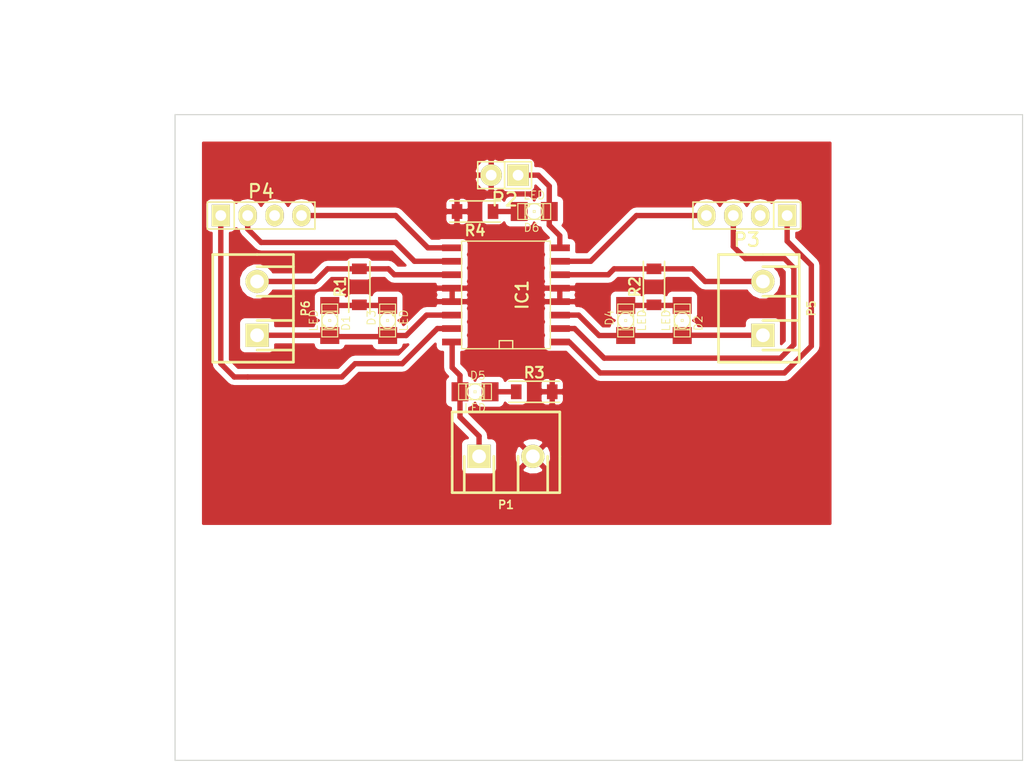
<source format=kicad_pcb>
(kicad_pcb (version 4) (host pcbnew "(2014-09-18 BZR 5141)-product")

  (general
    (links 33)
    (no_connects 0)
    (area 16.459999 16.459999 96.570001 77.520001)
    (thickness 1.6)
    (drawings 15)
    (tracks 82)
    (zones 0)
    (modules 17)
    (nets 20)
  )

  (page A4)
  (layers
    (0 F.Cu signal)
    (31 B.Cu signal)
    (32 B.Adhes user)
    (33 F.Adhes user)
    (34 B.Paste user)
    (35 F.Paste user)
    (36 B.SilkS user)
    (37 F.SilkS user)
    (38 B.Mask user)
    (39 F.Mask user)
    (40 Dwgs.User user)
    (41 Cmts.User user)
    (42 Eco1.User user)
    (43 Eco2.User user)
    (44 Edge.Cuts user)
    (45 Margin user)
    (46 B.CrtYd user)
    (47 F.CrtYd user)
    (48 B.Fab user)
    (49 F.Fab user)
  )

  (setup
    (last_trace_width 0.508)
    (trace_clearance 0.254)
    (zone_clearance 0.508)
    (zone_45_only no)
    (trace_min 0.254)
    (segment_width 0.2)
    (edge_width 0.1)
    (via_size 0.889)
    (via_drill 0.635)
    (via_min_size 0.889)
    (via_min_drill 0.508)
    (uvia_size 0.508)
    (uvia_drill 0.127)
    (uvias_allowed no)
    (uvia_min_size 0.508)
    (uvia_min_drill 0.127)
    (pcb_text_width 0.3)
    (pcb_text_size 1.5 1.5)
    (mod_edge_width 0.15)
    (mod_text_size 1 1)
    (mod_text_width 0.15)
    (pad_size 1.5 1.5)
    (pad_drill 0.6)
    (pad_to_mask_clearance 0)
    (aux_axis_origin 0 0)
    (grid_origin 58.42 49.53)
    (visible_elements 7FFFFFFF)
    (pcbplotparams
      (layerselection 0x00030_80000001)
      (usegerberextensions false)
      (excludeedgelayer true)
      (linewidth 0.100000)
      (plotframeref false)
      (viasonmask false)
      (mode 1)
      (useauxorigin false)
      (hpglpennumber 1)
      (hpglpenspeed 20)
      (hpglpendiameter 15)
      (hpglpenoverlay 2)
      (psnegative false)
      (psa4output false)
      (plotreference true)
      (plotvalue true)
      (plotinvisibletext false)
      (padsonsilk false)
      (subtractmaskfromsilk false)
      (outputformat 1)
      (mirror false)
      (drillshape 1)
      (scaleselection 1)
      (outputdirectory ""))
  )

  (net 0 "")
  (net 1 "Net-(D1-Pad1)")
  (net 2 /OuB1)
  (net 3 "Net-(D2-Pad1)")
  (net 4 /OutA1)
  (net 5 "Net-(IC1-Pad1)")
  (net 6 "Net-(IC1-Pad2)")
  (net 7 GND)
  (net 8 /OutA2)
  (net 9 "Net-(IC1-Pad7)")
  (net 10 +5V)
  (net 11 "Net-(IC1-Pad9)")
  (net 12 "Net-(IC1-Pad10)")
  (net 13 /OutB2)
  (net 14 "Net-(IC1-Pad15)")
  (net 15 +12V)
  (net 16 "Net-(P3-Pad2)")
  (net 17 "Net-(P4-Pad3)")
  (net 18 "Net-(D5-Pad2)")
  (net 19 "Net-(D6-Pad2)")

  (net_class Default "This is the default net class."
    (clearance 0.254)
    (trace_width 0.508)
    (via_dia 0.889)
    (via_drill 0.635)
    (uvia_dia 0.508)
    (uvia_drill 0.127)
    (add_net +12V)
    (add_net +5V)
    (add_net /OuB1)
    (add_net /OutA1)
    (add_net /OutA2)
    (add_net /OutB2)
    (add_net GND)
    (add_net "Net-(D1-Pad1)")
    (add_net "Net-(D2-Pad1)")
    (add_net "Net-(D5-Pad2)")
    (add_net "Net-(D6-Pad2)")
    (add_net "Net-(IC1-Pad1)")
    (add_net "Net-(IC1-Pad10)")
    (add_net "Net-(IC1-Pad15)")
    (add_net "Net-(IC1-Pad2)")
    (add_net "Net-(IC1-Pad7)")
    (add_net "Net-(IC1-Pad9)")
    (add_net "Net-(P3-Pad2)")
    (add_net "Net-(P4-Pad3)")
  )

  (module Connectors.Trhu:1x2-SCREW-TERM_P200mil (layer F.Cu) (tedit 541748EA) (tstamp 54174F70)
    (at 47.752 48.768)
    (path /54174A22)
    (fp_text reference P1 (at 0 4.572) (layer F.SilkS)
      (effects (font (size 0.762 0.762) (thickness 0.1524)))
    )
    (fp_text value CONN_01X02 (at 0 0) (layer F.SilkS) hide
      (effects (font (size 0.762 0.762) (thickness 0.1524)))
    )
    (fp_line (start 3.937 0) (end 3.937 3.429) (layer F.SilkS) (width 0.254))
    (fp_line (start 1.143 0) (end 1.143 3.429) (layer F.SilkS) (width 0.254))
    (fp_line (start -3.937 0) (end -3.937 3.429) (layer F.SilkS) (width 0.254))
    (fp_line (start -1.143 0) (end -1.143 3.429) (layer F.SilkS) (width 0.254))
    (fp_line (start 5.08 0) (end 5.08 3.429) (layer F.SilkS) (width 0.254))
    (fp_line (start 5.08 3.429) (end -5.08 3.429) (layer F.SilkS) (width 0.254))
    (fp_line (start -5.08 3.429) (end -5.08 0) (layer F.SilkS) (width 0.254))
    (fp_line (start -5.08 0) (end -5.08 -4.191) (layer F.SilkS) (width 0.254))
    (fp_line (start -5.08 -4.191) (end 5.08 -4.191) (layer F.SilkS) (width 0.254))
    (fp_line (start 5.08 -4.191) (end 5.08 0) (layer F.SilkS) (width 0.254))
    (pad 1 thru_hole rect (at -2.54 0) (size 2.2 2.2) (drill 1.3) (layers *.Cu *.Mask F.SilkS)
      (net 15 +12V))
    (pad 2 thru_hole circle (at 2.54 0) (size 2.2 2.2) (drill 1.3) (layers *.Cu *.Mask F.SilkS)
      (net 7 GND))
    (model walter/conn_mkds/mkds_1,5-2.wrl
      (at (xyz 0 0 0))
      (scale (xyz 1 1 1))
      (rotate (xyz 0 0 0))
    )
  )

  (module Pin_Headers:Pin_Header_Straight_1x02 (layer F.Cu) (tedit 54174E82) (tstamp 54174F7C)
    (at 47.625 22.225 180)
    (descr "Through hole pin header")
    (tags "pin header")
    (path /54174AE8)
    (fp_text reference P2 (at 0 -2.286 180) (layer F.SilkS)
      (effects (font (size 1.27 1.27) (thickness 0.2032)))
    )
    (fp_text value CONN_01X02 (at 0 0 180) (layer F.SilkS) hide
      (effects (font (size 1.27 1.27) (thickness 0.2032)))
    )
    (fp_line (start 0 -1.27) (end 0 1.27) (layer F.SilkS) (width 0.15))
    (fp_line (start -2.54 -1.27) (end -2.54 1.27) (layer F.SilkS) (width 0.15))
    (fp_line (start -2.54 1.27) (end 0 1.27) (layer F.SilkS) (width 0.15))
    (fp_line (start 0 1.27) (end 2.54 1.27) (layer F.SilkS) (width 0.15))
    (fp_line (start 2.54 1.27) (end 2.54 -1.27) (layer F.SilkS) (width 0.15))
    (fp_line (start 2.54 -1.27) (end -2.54 -1.27) (layer F.SilkS) (width 0.15))
    (pad 1 thru_hole rect (at -1.27 0 180) (size 2.032 2.032) (drill 1.016) (layers *.Cu *.Mask F.SilkS)
      (net 10 +5V))
    (pad 2 thru_hole oval (at 1.27 0 180) (size 2.032 2.032) (drill 1.016) (layers *.Cu *.Mask F.SilkS)
      (net 7 GND))
    (model Pin_Headers/Pin_Header_Straight_1x02.wrl
      (at (xyz 0 0 0))
      (scale (xyz 1 1 1))
      (rotate (xyz 0 0 0))
    )
  )

  (module Pin_Headers:Pin_Header_Straight_1x04 (layer F.Cu) (tedit 54174E82) (tstamp 54174F8B)
    (at 70.485 26.035 180)
    (descr "Through hole pin header")
    (tags "pin header")
    (path /54174A8B)
    (fp_text reference P3 (at 0 -2.286 180) (layer F.SilkS)
      (effects (font (size 1.27 1.27) (thickness 0.2032)))
    )
    (fp_text value CONN_01X04 (at 0 0 180) (layer F.SilkS) hide
      (effects (font (size 1.27 1.27) (thickness 0.2032)))
    )
    (fp_line (start -2.54 1.27) (end 5.08 1.27) (layer F.SilkS) (width 0.15))
    (fp_line (start -2.54 -1.27) (end 5.08 -1.27) (layer F.SilkS) (width 0.15))
    (fp_line (start -5.08 -1.27) (end -2.54 -1.27) (layer F.SilkS) (width 0.15))
    (fp_line (start 5.08 1.27) (end 5.08 -1.27) (layer F.SilkS) (width 0.15))
    (fp_line (start -2.54 -1.27) (end -2.54 1.27) (layer F.SilkS) (width 0.15))
    (fp_line (start -5.08 -1.27) (end -5.08 1.27) (layer F.SilkS) (width 0.15))
    (fp_line (start -5.08 1.27) (end -2.54 1.27) (layer F.SilkS) (width 0.15))
    (pad 1 thru_hole rect (at -3.81 0 180) (size 1.7272 2.032) (drill 1.016) (layers *.Cu *.Mask F.SilkS)
      (net 5 "Net-(IC1-Pad1)"))
    (pad 2 thru_hole oval (at -1.27 0 180) (size 1.7272 2.032) (drill 1.016) (layers *.Cu *.Mask F.SilkS)
      (net 16 "Net-(P3-Pad2)"))
    (pad 3 thru_hole oval (at 1.27 0 180) (size 1.7272 2.032) (drill 1.016) (layers *.Cu *.Mask F.SilkS)
      (net 6 "Net-(IC1-Pad2)"))
    (pad 4 thru_hole oval (at 3.81 0 180) (size 1.7272 2.032) (drill 1.016) (layers *.Cu *.Mask F.SilkS)
      (net 9 "Net-(IC1-Pad7)"))
    (model Pin_Headers/Pin_Header_Straight_1x04.wrl
      (at (xyz 0 0 0))
      (scale (xyz 1 1 1))
      (rotate (xyz 0 0 0))
    )
  )

  (module Pin_Headers:Pin_Header_Straight_1x04 (layer F.Cu) (tedit 54174E82) (tstamp 54174F9A)
    (at 24.638 26.035)
    (descr "Through hole pin header")
    (tags "pin header")
    (path /54174AB7)
    (fp_text reference P4 (at 0 -2.286) (layer F.SilkS)
      (effects (font (size 1.27 1.27) (thickness 0.2032)))
    )
    (fp_text value CONN_01X04 (at 0 0) (layer F.SilkS) hide
      (effects (font (size 1.27 1.27) (thickness 0.2032)))
    )
    (fp_line (start -2.54 1.27) (end 5.08 1.27) (layer F.SilkS) (width 0.15))
    (fp_line (start -2.54 -1.27) (end 5.08 -1.27) (layer F.SilkS) (width 0.15))
    (fp_line (start -5.08 -1.27) (end -2.54 -1.27) (layer F.SilkS) (width 0.15))
    (fp_line (start 5.08 1.27) (end 5.08 -1.27) (layer F.SilkS) (width 0.15))
    (fp_line (start -2.54 -1.27) (end -2.54 1.27) (layer F.SilkS) (width 0.15))
    (fp_line (start -5.08 -1.27) (end -5.08 1.27) (layer F.SilkS) (width 0.15))
    (fp_line (start -5.08 1.27) (end -2.54 1.27) (layer F.SilkS) (width 0.15))
    (pad 1 thru_hole rect (at -3.81 0) (size 1.7272 2.032) (drill 1.016) (layers *.Cu *.Mask F.SilkS)
      (net 14 "Net-(IC1-Pad15)"))
    (pad 2 thru_hole oval (at -1.27 0) (size 1.7272 2.032) (drill 1.016) (layers *.Cu *.Mask F.SilkS)
      (net 12 "Net-(IC1-Pad10)"))
    (pad 3 thru_hole oval (at 1.27 0) (size 1.7272 2.032) (drill 1.016) (layers *.Cu *.Mask F.SilkS)
      (net 17 "Net-(P4-Pad3)"))
    (pad 4 thru_hole oval (at 3.81 0) (size 1.7272 2.032) (drill 1.016) (layers *.Cu *.Mask F.SilkS)
      (net 11 "Net-(IC1-Pad9)"))
    (model Pin_Headers/Pin_Header_Straight_1x04.wrl
      (at (xyz 0 0 0))
      (scale (xyz 1 1 1))
      (rotate (xyz 0 0 0))
    )
  )

  (module Connectors.Trhu:1x2-SCREW-TERM_P200mil (layer F.Cu) (tedit 541748EA) (tstamp 54174FAA)
    (at 72.009 34.798 90)
    (path /54174A5D)
    (fp_text reference P5 (at 0 4.572 90) (layer F.SilkS)
      (effects (font (size 0.762 0.762) (thickness 0.1524)))
    )
    (fp_text value CONN_01X02 (at 0 0 90) (layer F.SilkS) hide
      (effects (font (size 0.762 0.762) (thickness 0.1524)))
    )
    (fp_line (start 3.937 0) (end 3.937 3.429) (layer F.SilkS) (width 0.254))
    (fp_line (start 1.143 0) (end 1.143 3.429) (layer F.SilkS) (width 0.254))
    (fp_line (start -3.937 0) (end -3.937 3.429) (layer F.SilkS) (width 0.254))
    (fp_line (start -1.143 0) (end -1.143 3.429) (layer F.SilkS) (width 0.254))
    (fp_line (start 5.08 0) (end 5.08 3.429) (layer F.SilkS) (width 0.254))
    (fp_line (start 5.08 3.429) (end -5.08 3.429) (layer F.SilkS) (width 0.254))
    (fp_line (start -5.08 3.429) (end -5.08 0) (layer F.SilkS) (width 0.254))
    (fp_line (start -5.08 0) (end -5.08 -4.191) (layer F.SilkS) (width 0.254))
    (fp_line (start -5.08 -4.191) (end 5.08 -4.191) (layer F.SilkS) (width 0.254))
    (fp_line (start 5.08 -4.191) (end 5.08 0) (layer F.SilkS) (width 0.254))
    (pad 1 thru_hole rect (at -2.54 0 90) (size 2.2 2.2) (drill 1.3) (layers *.Cu *.Mask F.SilkS)
      (net 4 /OutA1))
    (pad 2 thru_hole circle (at 2.54 0 90) (size 2.2 2.2) (drill 1.3) (layers *.Cu *.Mask F.SilkS)
      (net 8 /OutA2))
    (model walter/conn_mkds/mkds_1,5-2.wrl
      (at (xyz 0 0 0))
      (scale (xyz 1 1 1))
      (rotate (xyz 0 0 0))
    )
  )

  (module Connectors.Trhu:1x2-SCREW-TERM_P200mil (layer F.Cu) (tedit 541748EA) (tstamp 54174FBA)
    (at 24.257 34.798 90)
    (path /54174B0F)
    (fp_text reference P6 (at 0 4.572 90) (layer F.SilkS)
      (effects (font (size 0.762 0.762) (thickness 0.1524)))
    )
    (fp_text value CONN_01X02 (at 0 0 90) (layer F.SilkS) hide
      (effects (font (size 0.762 0.762) (thickness 0.1524)))
    )
    (fp_line (start 3.937 0) (end 3.937 3.429) (layer F.SilkS) (width 0.254))
    (fp_line (start 1.143 0) (end 1.143 3.429) (layer F.SilkS) (width 0.254))
    (fp_line (start -3.937 0) (end -3.937 3.429) (layer F.SilkS) (width 0.254))
    (fp_line (start -1.143 0) (end -1.143 3.429) (layer F.SilkS) (width 0.254))
    (fp_line (start 5.08 0) (end 5.08 3.429) (layer F.SilkS) (width 0.254))
    (fp_line (start 5.08 3.429) (end -5.08 3.429) (layer F.SilkS) (width 0.254))
    (fp_line (start -5.08 3.429) (end -5.08 0) (layer F.SilkS) (width 0.254))
    (fp_line (start -5.08 0) (end -5.08 -4.191) (layer F.SilkS) (width 0.254))
    (fp_line (start -5.08 -4.191) (end 5.08 -4.191) (layer F.SilkS) (width 0.254))
    (fp_line (start 5.08 -4.191) (end 5.08 0) (layer F.SilkS) (width 0.254))
    (pad 1 thru_hole rect (at -2.54 0 90) (size 2.2 2.2) (drill 1.3) (layers *.Cu *.Mask F.SilkS)
      (net 2 /OuB1))
    (pad 2 thru_hole circle (at 2.54 0 90) (size 2.2 2.2) (drill 1.3) (layers *.Cu *.Mask F.SilkS)
      (net 13 /OutB2))
    (model walter/conn_mkds/mkds_1,5-2.wrl
      (at (xyz 0 0 0))
      (scale (xyz 1 1 1))
      (rotate (xyz 0 0 180))
    )
  )

  (module LEDs:LED-1206 (layer F.Cu) (tedit 541848EB) (tstamp 54184A61)
    (at 31.115 35.941 270)
    (descr "LED 1206 smd package")
    (tags "LED1206 SMD")
    (path /541750DD)
    (attr smd)
    (fp_text reference D1 (at 0.254 -1.524 270) (layer F.SilkS)
      (effects (font (size 0.762 0.762) (thickness 0.0889)))
    )
    (fp_text value LED (at 0 1.524 270) (layer F.SilkS)
      (effects (font (size 0.762 0.762) (thickness 0.0889)))
    )
    (fp_line (start -0.09906 0.09906) (end 0.09906 0.09906) (layer F.SilkS) (width 0.06604))
    (fp_line (start 0.09906 0.09906) (end 0.09906 -0.09906) (layer F.SilkS) (width 0.06604))
    (fp_line (start -0.09906 -0.09906) (end 0.09906 -0.09906) (layer F.SilkS) (width 0.06604))
    (fp_line (start -0.09906 0.09906) (end -0.09906 -0.09906) (layer F.SilkS) (width 0.06604))
    (fp_line (start 0.44958 0.6985) (end 0.79756 0.6985) (layer F.SilkS) (width 0.06604))
    (fp_line (start 0.79756 0.6985) (end 0.79756 0.44958) (layer F.SilkS) (width 0.06604))
    (fp_line (start 0.44958 0.44958) (end 0.79756 0.44958) (layer F.SilkS) (width 0.06604))
    (fp_line (start 0.44958 0.6985) (end 0.44958 0.44958) (layer F.SilkS) (width 0.06604))
    (fp_line (start 0.79756 0.6985) (end 0.89916 0.6985) (layer F.SilkS) (width 0.06604))
    (fp_line (start 0.89916 0.6985) (end 0.89916 -0.49784) (layer F.SilkS) (width 0.06604))
    (fp_line (start 0.79756 -0.49784) (end 0.89916 -0.49784) (layer F.SilkS) (width 0.06604))
    (fp_line (start 0.79756 0.6985) (end 0.79756 -0.49784) (layer F.SilkS) (width 0.06604))
    (fp_line (start 0.79756 -0.54864) (end 0.89916 -0.54864) (layer F.SilkS) (width 0.06604))
    (fp_line (start 0.89916 -0.54864) (end 0.89916 -0.6985) (layer F.SilkS) (width 0.06604))
    (fp_line (start 0.79756 -0.6985) (end 0.89916 -0.6985) (layer F.SilkS) (width 0.06604))
    (fp_line (start 0.79756 -0.54864) (end 0.79756 -0.6985) (layer F.SilkS) (width 0.06604))
    (fp_line (start -0.89916 0.6985) (end -0.79756 0.6985) (layer F.SilkS) (width 0.06604))
    (fp_line (start -0.79756 0.6985) (end -0.79756 -0.49784) (layer F.SilkS) (width 0.06604))
    (fp_line (start -0.89916 -0.49784) (end -0.79756 -0.49784) (layer F.SilkS) (width 0.06604))
    (fp_line (start -0.89916 0.6985) (end -0.89916 -0.49784) (layer F.SilkS) (width 0.06604))
    (fp_line (start -0.89916 -0.54864) (end -0.79756 -0.54864) (layer F.SilkS) (width 0.06604))
    (fp_line (start -0.79756 -0.54864) (end -0.79756 -0.6985) (layer F.SilkS) (width 0.06604))
    (fp_line (start -0.89916 -0.6985) (end -0.79756 -0.6985) (layer F.SilkS) (width 0.06604))
    (fp_line (start -0.89916 -0.54864) (end -0.89916 -0.6985) (layer F.SilkS) (width 0.06604))
    (fp_line (start 0.44958 0.6985) (end 0.59944 0.6985) (layer F.SilkS) (width 0.06604))
    (fp_line (start 0.59944 0.6985) (end 0.59944 0.44958) (layer F.SilkS) (width 0.06604))
    (fp_line (start 0.44958 0.44958) (end 0.59944 0.44958) (layer F.SilkS) (width 0.06604))
    (fp_line (start 0.44958 0.6985) (end 0.44958 0.44958) (layer F.SilkS) (width 0.06604))
    (fp_line (start 1.5494 0.7493) (end -1.5494 0.7493) (layer F.SilkS) (width 0.1016))
    (fp_line (start -1.5494 0.7493) (end -1.5494 -0.7493) (layer F.SilkS) (width 0.1016))
    (fp_line (start -1.5494 -0.7493) (end 1.5494 -0.7493) (layer F.SilkS) (width 0.1016))
    (fp_line (start 1.5494 -0.7493) (end 1.5494 0.7493) (layer F.SilkS) (width 0.1016))
    (fp_arc (start 0 0) (end 0.54864 0.49784) (angle 95.4) (layer F.SilkS) (width 0.1016))
    (fp_arc (start 0 0) (end -0.54864 0.49784) (angle 84.5) (layer F.SilkS) (width 0.1016))
    (fp_arc (start 0 0) (end -0.54864 -0.49784) (angle 95.4) (layer F.SilkS) (width 0.1016))
    (fp_arc (start 0 0) (end 0.54864 -0.49784) (angle 84.5) (layer F.SilkS) (width 0.1016))
    (pad 1 smd rect (at -1.41986 0 270) (size 1.59766 1.80086) (layers F.Cu F.Paste F.Mask)
      (net 1 "Net-(D1-Pad1)"))
    (pad 2 smd rect (at 1.41986 0 270) (size 1.59766 1.80086) (layers F.Cu F.Paste F.Mask)
      (net 2 /OuB1))
    (model walter/smd_leds/led_1206.wrl
      (at (xyz 0 0 0))
      (scale (xyz 1 1 1))
      (rotate (xyz 0 0 0))
    )
  )

  (module LEDs:LED-1206 (layer F.Cu) (tedit 541848EB) (tstamp 54184A8A)
    (at 64.389 35.941 270)
    (descr "LED 1206 smd package")
    (tags "LED1206 SMD")
    (path /54175792)
    (attr smd)
    (fp_text reference D2 (at 0.254 -1.524 270) (layer F.SilkS)
      (effects (font (size 0.762 0.762) (thickness 0.0889)))
    )
    (fp_text value LED (at 0 1.524 270) (layer F.SilkS)
      (effects (font (size 0.762 0.762) (thickness 0.0889)))
    )
    (fp_line (start -0.09906 0.09906) (end 0.09906 0.09906) (layer F.SilkS) (width 0.06604))
    (fp_line (start 0.09906 0.09906) (end 0.09906 -0.09906) (layer F.SilkS) (width 0.06604))
    (fp_line (start -0.09906 -0.09906) (end 0.09906 -0.09906) (layer F.SilkS) (width 0.06604))
    (fp_line (start -0.09906 0.09906) (end -0.09906 -0.09906) (layer F.SilkS) (width 0.06604))
    (fp_line (start 0.44958 0.6985) (end 0.79756 0.6985) (layer F.SilkS) (width 0.06604))
    (fp_line (start 0.79756 0.6985) (end 0.79756 0.44958) (layer F.SilkS) (width 0.06604))
    (fp_line (start 0.44958 0.44958) (end 0.79756 0.44958) (layer F.SilkS) (width 0.06604))
    (fp_line (start 0.44958 0.6985) (end 0.44958 0.44958) (layer F.SilkS) (width 0.06604))
    (fp_line (start 0.79756 0.6985) (end 0.89916 0.6985) (layer F.SilkS) (width 0.06604))
    (fp_line (start 0.89916 0.6985) (end 0.89916 -0.49784) (layer F.SilkS) (width 0.06604))
    (fp_line (start 0.79756 -0.49784) (end 0.89916 -0.49784) (layer F.SilkS) (width 0.06604))
    (fp_line (start 0.79756 0.6985) (end 0.79756 -0.49784) (layer F.SilkS) (width 0.06604))
    (fp_line (start 0.79756 -0.54864) (end 0.89916 -0.54864) (layer F.SilkS) (width 0.06604))
    (fp_line (start 0.89916 -0.54864) (end 0.89916 -0.6985) (layer F.SilkS) (width 0.06604))
    (fp_line (start 0.79756 -0.6985) (end 0.89916 -0.6985) (layer F.SilkS) (width 0.06604))
    (fp_line (start 0.79756 -0.54864) (end 0.79756 -0.6985) (layer F.SilkS) (width 0.06604))
    (fp_line (start -0.89916 0.6985) (end -0.79756 0.6985) (layer F.SilkS) (width 0.06604))
    (fp_line (start -0.79756 0.6985) (end -0.79756 -0.49784) (layer F.SilkS) (width 0.06604))
    (fp_line (start -0.89916 -0.49784) (end -0.79756 -0.49784) (layer F.SilkS) (width 0.06604))
    (fp_line (start -0.89916 0.6985) (end -0.89916 -0.49784) (layer F.SilkS) (width 0.06604))
    (fp_line (start -0.89916 -0.54864) (end -0.79756 -0.54864) (layer F.SilkS) (width 0.06604))
    (fp_line (start -0.79756 -0.54864) (end -0.79756 -0.6985) (layer F.SilkS) (width 0.06604))
    (fp_line (start -0.89916 -0.6985) (end -0.79756 -0.6985) (layer F.SilkS) (width 0.06604))
    (fp_line (start -0.89916 -0.54864) (end -0.89916 -0.6985) (layer F.SilkS) (width 0.06604))
    (fp_line (start 0.44958 0.6985) (end 0.59944 0.6985) (layer F.SilkS) (width 0.06604))
    (fp_line (start 0.59944 0.6985) (end 0.59944 0.44958) (layer F.SilkS) (width 0.06604))
    (fp_line (start 0.44958 0.44958) (end 0.59944 0.44958) (layer F.SilkS) (width 0.06604))
    (fp_line (start 0.44958 0.6985) (end 0.44958 0.44958) (layer F.SilkS) (width 0.06604))
    (fp_line (start 1.5494 0.7493) (end -1.5494 0.7493) (layer F.SilkS) (width 0.1016))
    (fp_line (start -1.5494 0.7493) (end -1.5494 -0.7493) (layer F.SilkS) (width 0.1016))
    (fp_line (start -1.5494 -0.7493) (end 1.5494 -0.7493) (layer F.SilkS) (width 0.1016))
    (fp_line (start 1.5494 -0.7493) (end 1.5494 0.7493) (layer F.SilkS) (width 0.1016))
    (fp_arc (start 0 0) (end 0.54864 0.49784) (angle 95.4) (layer F.SilkS) (width 0.1016))
    (fp_arc (start 0 0) (end -0.54864 0.49784) (angle 84.5) (layer F.SilkS) (width 0.1016))
    (fp_arc (start 0 0) (end -0.54864 -0.49784) (angle 95.4) (layer F.SilkS) (width 0.1016))
    (fp_arc (start 0 0) (end 0.54864 -0.49784) (angle 84.5) (layer F.SilkS) (width 0.1016))
    (pad 1 smd rect (at -1.41986 0 270) (size 1.59766 1.80086) (layers F.Cu F.Paste F.Mask)
      (net 3 "Net-(D2-Pad1)"))
    (pad 2 smd rect (at 1.41986 0 270) (size 1.59766 1.80086) (layers F.Cu F.Paste F.Mask)
      (net 4 /OutA1))
    (model walter/smd_leds/led_1206.wrl
      (at (xyz 0 0 0))
      (scale (xyz 1 1 1))
      (rotate (xyz 0 0 0))
    )
  )

  (module LEDs:LED-1206 (layer F.Cu) (tedit 541848EB) (tstamp 54184AB3)
    (at 36.576 35.941 90)
    (descr "LED 1206 smd package")
    (tags "LED1206 SMD")
    (path /541750A5)
    (attr smd)
    (fp_text reference D3 (at 0.254 -1.524 90) (layer F.SilkS)
      (effects (font (size 0.762 0.762) (thickness 0.0889)))
    )
    (fp_text value LED (at 0 1.524 90) (layer F.SilkS)
      (effects (font (size 0.762 0.762) (thickness 0.0889)))
    )
    (fp_line (start -0.09906 0.09906) (end 0.09906 0.09906) (layer F.SilkS) (width 0.06604))
    (fp_line (start 0.09906 0.09906) (end 0.09906 -0.09906) (layer F.SilkS) (width 0.06604))
    (fp_line (start -0.09906 -0.09906) (end 0.09906 -0.09906) (layer F.SilkS) (width 0.06604))
    (fp_line (start -0.09906 0.09906) (end -0.09906 -0.09906) (layer F.SilkS) (width 0.06604))
    (fp_line (start 0.44958 0.6985) (end 0.79756 0.6985) (layer F.SilkS) (width 0.06604))
    (fp_line (start 0.79756 0.6985) (end 0.79756 0.44958) (layer F.SilkS) (width 0.06604))
    (fp_line (start 0.44958 0.44958) (end 0.79756 0.44958) (layer F.SilkS) (width 0.06604))
    (fp_line (start 0.44958 0.6985) (end 0.44958 0.44958) (layer F.SilkS) (width 0.06604))
    (fp_line (start 0.79756 0.6985) (end 0.89916 0.6985) (layer F.SilkS) (width 0.06604))
    (fp_line (start 0.89916 0.6985) (end 0.89916 -0.49784) (layer F.SilkS) (width 0.06604))
    (fp_line (start 0.79756 -0.49784) (end 0.89916 -0.49784) (layer F.SilkS) (width 0.06604))
    (fp_line (start 0.79756 0.6985) (end 0.79756 -0.49784) (layer F.SilkS) (width 0.06604))
    (fp_line (start 0.79756 -0.54864) (end 0.89916 -0.54864) (layer F.SilkS) (width 0.06604))
    (fp_line (start 0.89916 -0.54864) (end 0.89916 -0.6985) (layer F.SilkS) (width 0.06604))
    (fp_line (start 0.79756 -0.6985) (end 0.89916 -0.6985) (layer F.SilkS) (width 0.06604))
    (fp_line (start 0.79756 -0.54864) (end 0.79756 -0.6985) (layer F.SilkS) (width 0.06604))
    (fp_line (start -0.89916 0.6985) (end -0.79756 0.6985) (layer F.SilkS) (width 0.06604))
    (fp_line (start -0.79756 0.6985) (end -0.79756 -0.49784) (layer F.SilkS) (width 0.06604))
    (fp_line (start -0.89916 -0.49784) (end -0.79756 -0.49784) (layer F.SilkS) (width 0.06604))
    (fp_line (start -0.89916 0.6985) (end -0.89916 -0.49784) (layer F.SilkS) (width 0.06604))
    (fp_line (start -0.89916 -0.54864) (end -0.79756 -0.54864) (layer F.SilkS) (width 0.06604))
    (fp_line (start -0.79756 -0.54864) (end -0.79756 -0.6985) (layer F.SilkS) (width 0.06604))
    (fp_line (start -0.89916 -0.6985) (end -0.79756 -0.6985) (layer F.SilkS) (width 0.06604))
    (fp_line (start -0.89916 -0.54864) (end -0.89916 -0.6985) (layer F.SilkS) (width 0.06604))
    (fp_line (start 0.44958 0.6985) (end 0.59944 0.6985) (layer F.SilkS) (width 0.06604))
    (fp_line (start 0.59944 0.6985) (end 0.59944 0.44958) (layer F.SilkS) (width 0.06604))
    (fp_line (start 0.44958 0.44958) (end 0.59944 0.44958) (layer F.SilkS) (width 0.06604))
    (fp_line (start 0.44958 0.6985) (end 0.44958 0.44958) (layer F.SilkS) (width 0.06604))
    (fp_line (start 1.5494 0.7493) (end -1.5494 0.7493) (layer F.SilkS) (width 0.1016))
    (fp_line (start -1.5494 0.7493) (end -1.5494 -0.7493) (layer F.SilkS) (width 0.1016))
    (fp_line (start -1.5494 -0.7493) (end 1.5494 -0.7493) (layer F.SilkS) (width 0.1016))
    (fp_line (start 1.5494 -0.7493) (end 1.5494 0.7493) (layer F.SilkS) (width 0.1016))
    (fp_arc (start 0 0) (end 0.54864 0.49784) (angle 95.4) (layer F.SilkS) (width 0.1016))
    (fp_arc (start 0 0) (end -0.54864 0.49784) (angle 84.5) (layer F.SilkS) (width 0.1016))
    (fp_arc (start 0 0) (end -0.54864 -0.49784) (angle 95.4) (layer F.SilkS) (width 0.1016))
    (fp_arc (start 0 0) (end 0.54864 -0.49784) (angle 84.5) (layer F.SilkS) (width 0.1016))
    (pad 1 smd rect (at -1.41986 0 90) (size 1.59766 1.80086) (layers F.Cu F.Paste F.Mask)
      (net 2 /OuB1))
    (pad 2 smd rect (at 1.41986 0 90) (size 1.59766 1.80086) (layers F.Cu F.Paste F.Mask)
      (net 1 "Net-(D1-Pad1)"))
    (model walter/smd_leds/led_1206.wrl
      (at (xyz 0 0 0))
      (scale (xyz 1 1 1))
      (rotate (xyz 0 0 0))
    )
  )

  (module LEDs:LED-1206 (layer F.Cu) (tedit 541848EB) (tstamp 54184ADC)
    (at 59.055 35.941 90)
    (descr "LED 1206 smd package")
    (tags "LED1206 SMD")
    (path /5417578C)
    (attr smd)
    (fp_text reference D4 (at 0.254 -1.524 90) (layer F.SilkS)
      (effects (font (size 0.762 0.762) (thickness 0.0889)))
    )
    (fp_text value LED (at 0 1.524 90) (layer F.SilkS)
      (effects (font (size 0.762 0.762) (thickness 0.0889)))
    )
    (fp_line (start -0.09906 0.09906) (end 0.09906 0.09906) (layer F.SilkS) (width 0.06604))
    (fp_line (start 0.09906 0.09906) (end 0.09906 -0.09906) (layer F.SilkS) (width 0.06604))
    (fp_line (start -0.09906 -0.09906) (end 0.09906 -0.09906) (layer F.SilkS) (width 0.06604))
    (fp_line (start -0.09906 0.09906) (end -0.09906 -0.09906) (layer F.SilkS) (width 0.06604))
    (fp_line (start 0.44958 0.6985) (end 0.79756 0.6985) (layer F.SilkS) (width 0.06604))
    (fp_line (start 0.79756 0.6985) (end 0.79756 0.44958) (layer F.SilkS) (width 0.06604))
    (fp_line (start 0.44958 0.44958) (end 0.79756 0.44958) (layer F.SilkS) (width 0.06604))
    (fp_line (start 0.44958 0.6985) (end 0.44958 0.44958) (layer F.SilkS) (width 0.06604))
    (fp_line (start 0.79756 0.6985) (end 0.89916 0.6985) (layer F.SilkS) (width 0.06604))
    (fp_line (start 0.89916 0.6985) (end 0.89916 -0.49784) (layer F.SilkS) (width 0.06604))
    (fp_line (start 0.79756 -0.49784) (end 0.89916 -0.49784) (layer F.SilkS) (width 0.06604))
    (fp_line (start 0.79756 0.6985) (end 0.79756 -0.49784) (layer F.SilkS) (width 0.06604))
    (fp_line (start 0.79756 -0.54864) (end 0.89916 -0.54864) (layer F.SilkS) (width 0.06604))
    (fp_line (start 0.89916 -0.54864) (end 0.89916 -0.6985) (layer F.SilkS) (width 0.06604))
    (fp_line (start 0.79756 -0.6985) (end 0.89916 -0.6985) (layer F.SilkS) (width 0.06604))
    (fp_line (start 0.79756 -0.54864) (end 0.79756 -0.6985) (layer F.SilkS) (width 0.06604))
    (fp_line (start -0.89916 0.6985) (end -0.79756 0.6985) (layer F.SilkS) (width 0.06604))
    (fp_line (start -0.79756 0.6985) (end -0.79756 -0.49784) (layer F.SilkS) (width 0.06604))
    (fp_line (start -0.89916 -0.49784) (end -0.79756 -0.49784) (layer F.SilkS) (width 0.06604))
    (fp_line (start -0.89916 0.6985) (end -0.89916 -0.49784) (layer F.SilkS) (width 0.06604))
    (fp_line (start -0.89916 -0.54864) (end -0.79756 -0.54864) (layer F.SilkS) (width 0.06604))
    (fp_line (start -0.79756 -0.54864) (end -0.79756 -0.6985) (layer F.SilkS) (width 0.06604))
    (fp_line (start -0.89916 -0.6985) (end -0.79756 -0.6985) (layer F.SilkS) (width 0.06604))
    (fp_line (start -0.89916 -0.54864) (end -0.89916 -0.6985) (layer F.SilkS) (width 0.06604))
    (fp_line (start 0.44958 0.6985) (end 0.59944 0.6985) (layer F.SilkS) (width 0.06604))
    (fp_line (start 0.59944 0.6985) (end 0.59944 0.44958) (layer F.SilkS) (width 0.06604))
    (fp_line (start 0.44958 0.44958) (end 0.59944 0.44958) (layer F.SilkS) (width 0.06604))
    (fp_line (start 0.44958 0.6985) (end 0.44958 0.44958) (layer F.SilkS) (width 0.06604))
    (fp_line (start 1.5494 0.7493) (end -1.5494 0.7493) (layer F.SilkS) (width 0.1016))
    (fp_line (start -1.5494 0.7493) (end -1.5494 -0.7493) (layer F.SilkS) (width 0.1016))
    (fp_line (start -1.5494 -0.7493) (end 1.5494 -0.7493) (layer F.SilkS) (width 0.1016))
    (fp_line (start 1.5494 -0.7493) (end 1.5494 0.7493) (layer F.SilkS) (width 0.1016))
    (fp_arc (start 0 0) (end 0.54864 0.49784) (angle 95.4) (layer F.SilkS) (width 0.1016))
    (fp_arc (start 0 0) (end -0.54864 0.49784) (angle 84.5) (layer F.SilkS) (width 0.1016))
    (fp_arc (start 0 0) (end -0.54864 -0.49784) (angle 95.4) (layer F.SilkS) (width 0.1016))
    (fp_arc (start 0 0) (end 0.54864 -0.49784) (angle 84.5) (layer F.SilkS) (width 0.1016))
    (pad 1 smd rect (at -1.41986 0 90) (size 1.59766 1.80086) (layers F.Cu F.Paste F.Mask)
      (net 4 /OutA1))
    (pad 2 smd rect (at 1.41986 0 90) (size 1.59766 1.80086) (layers F.Cu F.Paste F.Mask)
      (net 3 "Net-(D2-Pad1)"))
    (model walter/smd_leds/led_1206.wrl
      (at (xyz 0 0 0))
      (scale (xyz 1 1 1))
      (rotate (xyz 0 0 0))
    )
  )

  (module LEDs:LED-1206 (layer F.Cu) (tedit 541848EB) (tstamp 54184B05)
    (at 44.831 42.672)
    (descr "LED 1206 smd package")
    (tags "LED1206 SMD")
    (path /54183BAE)
    (attr smd)
    (fp_text reference D5 (at 0.254 -1.524) (layer F.SilkS)
      (effects (font (size 0.762 0.762) (thickness 0.0889)))
    )
    (fp_text value LED (at 0 1.524) (layer F.SilkS)
      (effects (font (size 0.762 0.762) (thickness 0.0889)))
    )
    (fp_line (start -0.09906 0.09906) (end 0.09906 0.09906) (layer F.SilkS) (width 0.06604))
    (fp_line (start 0.09906 0.09906) (end 0.09906 -0.09906) (layer F.SilkS) (width 0.06604))
    (fp_line (start -0.09906 -0.09906) (end 0.09906 -0.09906) (layer F.SilkS) (width 0.06604))
    (fp_line (start -0.09906 0.09906) (end -0.09906 -0.09906) (layer F.SilkS) (width 0.06604))
    (fp_line (start 0.44958 0.6985) (end 0.79756 0.6985) (layer F.SilkS) (width 0.06604))
    (fp_line (start 0.79756 0.6985) (end 0.79756 0.44958) (layer F.SilkS) (width 0.06604))
    (fp_line (start 0.44958 0.44958) (end 0.79756 0.44958) (layer F.SilkS) (width 0.06604))
    (fp_line (start 0.44958 0.6985) (end 0.44958 0.44958) (layer F.SilkS) (width 0.06604))
    (fp_line (start 0.79756 0.6985) (end 0.89916 0.6985) (layer F.SilkS) (width 0.06604))
    (fp_line (start 0.89916 0.6985) (end 0.89916 -0.49784) (layer F.SilkS) (width 0.06604))
    (fp_line (start 0.79756 -0.49784) (end 0.89916 -0.49784) (layer F.SilkS) (width 0.06604))
    (fp_line (start 0.79756 0.6985) (end 0.79756 -0.49784) (layer F.SilkS) (width 0.06604))
    (fp_line (start 0.79756 -0.54864) (end 0.89916 -0.54864) (layer F.SilkS) (width 0.06604))
    (fp_line (start 0.89916 -0.54864) (end 0.89916 -0.6985) (layer F.SilkS) (width 0.06604))
    (fp_line (start 0.79756 -0.6985) (end 0.89916 -0.6985) (layer F.SilkS) (width 0.06604))
    (fp_line (start 0.79756 -0.54864) (end 0.79756 -0.6985) (layer F.SilkS) (width 0.06604))
    (fp_line (start -0.89916 0.6985) (end -0.79756 0.6985) (layer F.SilkS) (width 0.06604))
    (fp_line (start -0.79756 0.6985) (end -0.79756 -0.49784) (layer F.SilkS) (width 0.06604))
    (fp_line (start -0.89916 -0.49784) (end -0.79756 -0.49784) (layer F.SilkS) (width 0.06604))
    (fp_line (start -0.89916 0.6985) (end -0.89916 -0.49784) (layer F.SilkS) (width 0.06604))
    (fp_line (start -0.89916 -0.54864) (end -0.79756 -0.54864) (layer F.SilkS) (width 0.06604))
    (fp_line (start -0.79756 -0.54864) (end -0.79756 -0.6985) (layer F.SilkS) (width 0.06604))
    (fp_line (start -0.89916 -0.6985) (end -0.79756 -0.6985) (layer F.SilkS) (width 0.06604))
    (fp_line (start -0.89916 -0.54864) (end -0.89916 -0.6985) (layer F.SilkS) (width 0.06604))
    (fp_line (start 0.44958 0.6985) (end 0.59944 0.6985) (layer F.SilkS) (width 0.06604))
    (fp_line (start 0.59944 0.6985) (end 0.59944 0.44958) (layer F.SilkS) (width 0.06604))
    (fp_line (start 0.44958 0.44958) (end 0.59944 0.44958) (layer F.SilkS) (width 0.06604))
    (fp_line (start 0.44958 0.6985) (end 0.44958 0.44958) (layer F.SilkS) (width 0.06604))
    (fp_line (start 1.5494 0.7493) (end -1.5494 0.7493) (layer F.SilkS) (width 0.1016))
    (fp_line (start -1.5494 0.7493) (end -1.5494 -0.7493) (layer F.SilkS) (width 0.1016))
    (fp_line (start -1.5494 -0.7493) (end 1.5494 -0.7493) (layer F.SilkS) (width 0.1016))
    (fp_line (start 1.5494 -0.7493) (end 1.5494 0.7493) (layer F.SilkS) (width 0.1016))
    (fp_arc (start 0 0) (end 0.54864 0.49784) (angle 95.4) (layer F.SilkS) (width 0.1016))
    (fp_arc (start 0 0) (end -0.54864 0.49784) (angle 84.5) (layer F.SilkS) (width 0.1016))
    (fp_arc (start 0 0) (end -0.54864 -0.49784) (angle 95.4) (layer F.SilkS) (width 0.1016))
    (fp_arc (start 0 0) (end 0.54864 -0.49784) (angle 84.5) (layer F.SilkS) (width 0.1016))
    (pad 1 smd rect (at -1.41986 0) (size 1.59766 1.80086) (layers F.Cu F.Paste F.Mask)
      (net 15 +12V))
    (pad 2 smd rect (at 1.41986 0) (size 1.59766 1.80086) (layers F.Cu F.Paste F.Mask)
      (net 18 "Net-(D5-Pad2)"))
    (model walter/smd_leds/led_1206.wrl
      (at (xyz 0 0 0))
      (scale (xyz 1 1 1))
      (rotate (xyz 0 0 0))
    )
  )

  (module LEDs:LED-1206 (layer F.Cu) (tedit 541848EB) (tstamp 54184B2E)
    (at 50.419 25.654 180)
    (descr "LED 1206 smd package")
    (tags "LED1206 SMD")
    (path /54183D15)
    (attr smd)
    (fp_text reference D6 (at 0.254 -1.524 180) (layer F.SilkS)
      (effects (font (size 0.762 0.762) (thickness 0.0889)))
    )
    (fp_text value LED (at 0 1.524 180) (layer F.SilkS)
      (effects (font (size 0.762 0.762) (thickness 0.0889)))
    )
    (fp_line (start -0.09906 0.09906) (end 0.09906 0.09906) (layer F.SilkS) (width 0.06604))
    (fp_line (start 0.09906 0.09906) (end 0.09906 -0.09906) (layer F.SilkS) (width 0.06604))
    (fp_line (start -0.09906 -0.09906) (end 0.09906 -0.09906) (layer F.SilkS) (width 0.06604))
    (fp_line (start -0.09906 0.09906) (end -0.09906 -0.09906) (layer F.SilkS) (width 0.06604))
    (fp_line (start 0.44958 0.6985) (end 0.79756 0.6985) (layer F.SilkS) (width 0.06604))
    (fp_line (start 0.79756 0.6985) (end 0.79756 0.44958) (layer F.SilkS) (width 0.06604))
    (fp_line (start 0.44958 0.44958) (end 0.79756 0.44958) (layer F.SilkS) (width 0.06604))
    (fp_line (start 0.44958 0.6985) (end 0.44958 0.44958) (layer F.SilkS) (width 0.06604))
    (fp_line (start 0.79756 0.6985) (end 0.89916 0.6985) (layer F.SilkS) (width 0.06604))
    (fp_line (start 0.89916 0.6985) (end 0.89916 -0.49784) (layer F.SilkS) (width 0.06604))
    (fp_line (start 0.79756 -0.49784) (end 0.89916 -0.49784) (layer F.SilkS) (width 0.06604))
    (fp_line (start 0.79756 0.6985) (end 0.79756 -0.49784) (layer F.SilkS) (width 0.06604))
    (fp_line (start 0.79756 -0.54864) (end 0.89916 -0.54864) (layer F.SilkS) (width 0.06604))
    (fp_line (start 0.89916 -0.54864) (end 0.89916 -0.6985) (layer F.SilkS) (width 0.06604))
    (fp_line (start 0.79756 -0.6985) (end 0.89916 -0.6985) (layer F.SilkS) (width 0.06604))
    (fp_line (start 0.79756 -0.54864) (end 0.79756 -0.6985) (layer F.SilkS) (width 0.06604))
    (fp_line (start -0.89916 0.6985) (end -0.79756 0.6985) (layer F.SilkS) (width 0.06604))
    (fp_line (start -0.79756 0.6985) (end -0.79756 -0.49784) (layer F.SilkS) (width 0.06604))
    (fp_line (start -0.89916 -0.49784) (end -0.79756 -0.49784) (layer F.SilkS) (width 0.06604))
    (fp_line (start -0.89916 0.6985) (end -0.89916 -0.49784) (layer F.SilkS) (width 0.06604))
    (fp_line (start -0.89916 -0.54864) (end -0.79756 -0.54864) (layer F.SilkS) (width 0.06604))
    (fp_line (start -0.79756 -0.54864) (end -0.79756 -0.6985) (layer F.SilkS) (width 0.06604))
    (fp_line (start -0.89916 -0.6985) (end -0.79756 -0.6985) (layer F.SilkS) (width 0.06604))
    (fp_line (start -0.89916 -0.54864) (end -0.89916 -0.6985) (layer F.SilkS) (width 0.06604))
    (fp_line (start 0.44958 0.6985) (end 0.59944 0.6985) (layer F.SilkS) (width 0.06604))
    (fp_line (start 0.59944 0.6985) (end 0.59944 0.44958) (layer F.SilkS) (width 0.06604))
    (fp_line (start 0.44958 0.44958) (end 0.59944 0.44958) (layer F.SilkS) (width 0.06604))
    (fp_line (start 0.44958 0.6985) (end 0.44958 0.44958) (layer F.SilkS) (width 0.06604))
    (fp_line (start 1.5494 0.7493) (end -1.5494 0.7493) (layer F.SilkS) (width 0.1016))
    (fp_line (start -1.5494 0.7493) (end -1.5494 -0.7493) (layer F.SilkS) (width 0.1016))
    (fp_line (start -1.5494 -0.7493) (end 1.5494 -0.7493) (layer F.SilkS) (width 0.1016))
    (fp_line (start 1.5494 -0.7493) (end 1.5494 0.7493) (layer F.SilkS) (width 0.1016))
    (fp_arc (start 0 0) (end 0.54864 0.49784) (angle 95.4) (layer F.SilkS) (width 0.1016))
    (fp_arc (start 0 0) (end -0.54864 0.49784) (angle 84.5) (layer F.SilkS) (width 0.1016))
    (fp_arc (start 0 0) (end -0.54864 -0.49784) (angle 95.4) (layer F.SilkS) (width 0.1016))
    (fp_arc (start 0 0) (end 0.54864 -0.49784) (angle 84.5) (layer F.SilkS) (width 0.1016))
    (pad 1 smd rect (at -1.41986 0 180) (size 1.59766 1.80086) (layers F.Cu F.Paste F.Mask)
      (net 10 +5V))
    (pad 2 smd rect (at 1.41986 0 180) (size 1.59766 1.80086) (layers F.Cu F.Paste F.Mask)
      (net 19 "Net-(D6-Pad2)"))
    (model walter/smd_leds/led_1206.wrl
      (at (xyz 0 0 0))
      (scale (xyz 1 1 1))
      (rotate (xyz 0 0 0))
    )
  )

  (module SMD_Packages:SO-16-L (layer F.Cu) (tedit 541848E6) (tstamp 54184B57)
    (at 47.752 33.528 90)
    (path /54174758)
    (attr smd)
    (fp_text reference IC1 (at 0 1.524 90) (layer F.SilkS)
      (effects (font (size 1.143 1.143) (thickness 0.2032)))
    )
    (fp_text value L293D (at 0.381 -1.905 90) (layer F.SilkS) hide
      (effects (font (size 1.143 1.143) (thickness 0.2032)))
    )
    (fp_line (start 5.08 4.191) (end -5.08 4.191) (layer F.SilkS) (width 0.127))
    (fp_line (start -5.08 4.191) (end -5.08 -4.191) (layer F.SilkS) (width 0.127))
    (fp_line (start -5.08 -4.191) (end 5.08 -4.191) (layer F.SilkS) (width 0.127))
    (fp_line (start 5.08 -4.191) (end 5.08 4.191) (layer F.SilkS) (width 0.127))
    (fp_line (start -5.08 -0.635) (end -4.318 -0.635) (layer F.SilkS) (width 0.127))
    (fp_line (start -4.318 -0.635) (end -4.318 0.635) (layer F.SilkS) (width 0.127))
    (fp_line (start -4.318 0.635) (end -5.08 0.635) (layer F.SilkS) (width 0.127))
    (pad 1 smd rect (at -4.445 5.08 90) (size 0.635 1.905) (layers F.Cu F.Paste F.Mask)
      (net 5 "Net-(IC1-Pad1)"))
    (pad 2 smd rect (at -3.175 5.08 90) (size 0.635 1.905) (layers F.Cu F.Paste F.Mask)
      (net 6 "Net-(IC1-Pad2)"))
    (pad 3 smd rect (at -1.905 5.08 90) (size 0.635 1.905) (layers F.Cu F.Paste F.Mask)
      (net 4 /OutA1))
    (pad 4 smd rect (at -0.635 5.08 90) (size 0.635 1.905) (layers F.Cu F.Paste F.Mask)
      (net 7 GND))
    (pad 5 smd rect (at 0.635 5.08 90) (size 0.635 1.905) (layers F.Cu F.Paste F.Mask)
      (net 7 GND))
    (pad 6 smd rect (at 1.905 5.08 90) (size 0.635 1.905) (layers F.Cu F.Paste F.Mask)
      (net 8 /OutA2))
    (pad 7 smd rect (at 3.175 5.08 90) (size 0.635 1.905) (layers F.Cu F.Paste F.Mask)
      (net 9 "Net-(IC1-Pad7)"))
    (pad 8 smd rect (at 4.445 5.08 90) (size 0.635 1.905) (layers F.Cu F.Paste F.Mask)
      (net 10 +5V))
    (pad 9 smd rect (at 4.445 -5.08 90) (size 0.635 1.905) (layers F.Cu F.Paste F.Mask)
      (net 11 "Net-(IC1-Pad9)"))
    (pad 10 smd rect (at 3.175 -5.08 90) (size 0.635 1.905) (layers F.Cu F.Paste F.Mask)
      (net 12 "Net-(IC1-Pad10)"))
    (pad 11 smd rect (at 1.905 -5.08 90) (size 0.635 1.905) (layers F.Cu F.Paste F.Mask)
      (net 13 /OutB2))
    (pad 12 smd rect (at 0.635 -5.08 90) (size 0.635 1.905) (layers F.Cu F.Paste F.Mask)
      (net 7 GND))
    (pad 13 smd rect (at -0.635 -5.08 90) (size 0.635 1.905) (layers F.Cu F.Paste F.Mask)
      (net 7 GND))
    (pad 14 smd rect (at -1.905 -5.08 90) (size 0.635 1.905) (layers F.Cu F.Paste F.Mask)
      (net 2 /OuB1))
    (pad 15 smd rect (at -3.175 -5.08 90) (size 0.635 1.905) (layers F.Cu F.Paste F.Mask)
      (net 14 "Net-(IC1-Pad15)"))
    (pad 16 smd rect (at -4.445 -5.08 90) (size 0.635 1.905) (layers F.Cu F.Paste F.Mask)
      (net 15 +12V))
    (model smd/cms_so16.wrl
      (at (xyz 0 0 0))
      (scale (xyz 0.5 0.6 0.5))
      (rotate (xyz 0 0 0))
    )
  )

  (module Resistors_SMD:R_1206 (layer F.Cu) (tedit 541848E9) (tstamp 54184B71)
    (at 33.909 32.766 90)
    (descr "Resistor, SMD, 1206, Reflow, Wave,")
    (tags "Resistor, SMD, 1206, Reflow, Wave,")
    (path /5417510E)
    (attr smd)
    (fp_text reference R1 (at 0 -1.8 90) (layer F.SilkS)
      (effects (font (size 1 1) (thickness 0.2)))
    )
    (fp_text value R (at 0 1.8 90) (layer F.SilkS) hide
      (effects (font (size 1 1) (thickness 0.2)))
    )
    (fp_circle (center 0 0) (end 0.2 0) (layer F.Adhes) (width 0.5))
    (fp_line (start -2.4 1) (end 2.4 1) (layer F.SilkS) (width 0.15))
    (fp_line (start -2.4 -1) (end 2.4 -1) (layer F.SilkS) (width 0.15))
    (pad 1 smd rect (at -1.69926 0 90) (size 1.00076 1.39954) (layers F.Cu F.Paste F.Mask)
      (net 1 "Net-(D1-Pad1)"))
    (pad 2 smd rect (at 1.69926 0 90) (size 1.00076 1.39954) (layers F.Cu F.Paste F.Mask)
      (net 13 /OutB2))
    (model smd/resistors/r_1206.wrl
      (at (xyz 0 0 0))
      (scale (xyz 1 1 1))
      (rotate (xyz 0 0 0))
    )
  )

  (module Resistors_SMD:R_1206 (layer F.Cu) (tedit 541848E9) (tstamp 54184B79)
    (at 61.722 32.766 90)
    (descr "Resistor, SMD, 1206, Reflow, Wave,")
    (tags "Resistor, SMD, 1206, Reflow, Wave,")
    (path /54175798)
    (attr smd)
    (fp_text reference R2 (at 0 -1.8 90) (layer F.SilkS)
      (effects (font (size 1 1) (thickness 0.2)))
    )
    (fp_text value R (at 0 1.8 90) (layer F.SilkS) hide
      (effects (font (size 1 1) (thickness 0.2)))
    )
    (fp_circle (center 0 0) (end 0.2 0) (layer F.Adhes) (width 0.5))
    (fp_line (start -2.4 1) (end 2.4 1) (layer F.SilkS) (width 0.15))
    (fp_line (start -2.4 -1) (end 2.4 -1) (layer F.SilkS) (width 0.15))
    (pad 1 smd rect (at -1.69926 0 90) (size 1.00076 1.39954) (layers F.Cu F.Paste F.Mask)
      (net 3 "Net-(D2-Pad1)"))
    (pad 2 smd rect (at 1.69926 0 90) (size 1.00076 1.39954) (layers F.Cu F.Paste F.Mask)
      (net 8 /OutA2))
    (model smd/resistors/r_1206.wrl
      (at (xyz 0 0 0))
      (scale (xyz 1 1 1))
      (rotate (xyz 0 0 0))
    )
  )

  (module Resistors_SMD:R_1206 (layer F.Cu) (tedit 541848E9) (tstamp 54184B81)
    (at 50.419 42.672)
    (descr "Resistor, SMD, 1206, Reflow, Wave,")
    (tags "Resistor, SMD, 1206, Reflow, Wave,")
    (path /54183C36)
    (attr smd)
    (fp_text reference R3 (at 0 -1.8) (layer F.SilkS)
      (effects (font (size 1 1) (thickness 0.2)))
    )
    (fp_text value R (at 0 1.8) (layer F.SilkS) hide
      (effects (font (size 1 1) (thickness 0.2)))
    )
    (fp_circle (center 0 0) (end 0.2 0) (layer F.Adhes) (width 0.5))
    (fp_line (start -2.4 1) (end 2.4 1) (layer F.SilkS) (width 0.15))
    (fp_line (start -2.4 -1) (end 2.4 -1) (layer F.SilkS) (width 0.15))
    (pad 1 smd rect (at -1.69926 0) (size 1.00076 1.39954) (layers F.Cu F.Paste F.Mask)
      (net 18 "Net-(D5-Pad2)"))
    (pad 2 smd rect (at 1.69926 0) (size 1.00076 1.39954) (layers F.Cu F.Paste F.Mask)
      (net 7 GND))
    (model smd/resistors/r_1206.wrl
      (at (xyz 0 0 0))
      (scale (xyz 1 1 1))
      (rotate (xyz 0 0 0))
    )
  )

  (module Resistors_SMD:R_1206 (layer F.Cu) (tedit 541848E9) (tstamp 54184B89)
    (at 44.831 25.654 180)
    (descr "Resistor, SMD, 1206, Reflow, Wave,")
    (tags "Resistor, SMD, 1206, Reflow, Wave,")
    (path /54183D1B)
    (attr smd)
    (fp_text reference R4 (at 0 -1.8 180) (layer F.SilkS)
      (effects (font (size 1 1) (thickness 0.2)))
    )
    (fp_text value R (at 0 1.8 180) (layer F.SilkS) hide
      (effects (font (size 1 1) (thickness 0.2)))
    )
    (fp_circle (center 0 0) (end 0.2 0) (layer F.Adhes) (width 0.5))
    (fp_line (start -2.4 1) (end 2.4 1) (layer F.SilkS) (width 0.15))
    (fp_line (start -2.4 -1) (end 2.4 -1) (layer F.SilkS) (width 0.15))
    (pad 1 smd rect (at -1.69926 0 180) (size 1.00076 1.39954) (layers F.Cu F.Paste F.Mask)
      (net 19 "Net-(D6-Pad2)"))
    (pad 2 smd rect (at 1.69926 0 180) (size 1.00076 1.39954) (layers F.Cu F.Paste F.Mask)
      (net 7 GND))
    (model smd/resistors/r_1206.wrl
      (at (xyz 0 0 0))
      (scale (xyz 1 1 1))
      (rotate (xyz 0 0 0))
    )
  )

  (gr_line (start 93.98 19.05) (end 93.98 20.32) (angle 90) (layer Margin) (width 0.2))
  (gr_line (start 19.05 19.05) (end 93.98 19.05) (angle 90) (layer Margin) (width 0.2))
  (gr_line (start 19.05 74.93) (end 19.05 19.05) (angle 90) (layer Margin) (width 0.2))
  (gr_line (start 93.98 74.93) (end 19.05 74.93) (angle 90) (layer Margin) (width 0.2))
  (gr_line (start 93.98 19.05) (end 93.98 74.93) (angle 90) (layer Margin) (width 0.2))
  (gr_line (start 17.78 76.2) (end 17.78 17.78) (angle 90) (layer Margin) (width 0.2))
  (gr_line (start 95.25 76.2) (end 17.78 76.2) (angle 90) (layer Margin) (width 0.2))
  (gr_line (start 95.25 17.78) (end 95.25 76.2) (angle 90) (layer Margin) (width 0.2))
  (gr_line (start 17.78 17.78) (end 95.25 17.78) (angle 90) (layer Margin) (width 0.2))
  (gr_line (start 96.52 77.47) (end 96.52 16.51) (angle 90) (layer Edge.Cuts) (width 0.1))
  (gr_line (start 16.51 77.47) (end 96.52 77.47) (angle 90) (layer Edge.Cuts) (width 0.1))
  (gr_line (start 16.51 16.51) (end 16.51 77.47) (angle 90) (layer Edge.Cuts) (width 0.1))
  (gr_line (start 96.52 16.51) (end 16.51 16.51) (angle 90) (layer Edge.Cuts) (width 0.1))
  (dimension 60.96 (width 0.3) (layer Margin)
    (gr_text "60.960 mm" (at 6.27 46.99 270) (layer Margin)
      (effects (font (size 1.5 1.5) (thickness 0.3)))
    )
    (feature1 (pts (xy 16.51 77.47) (xy 4.92 77.47)))
    (feature2 (pts (xy 16.51 16.51) (xy 4.92 16.51)))
    (crossbar (pts (xy 7.62 16.51) (xy 7.62 77.47)))
    (arrow1a (pts (xy 7.62 77.47) (xy 7.033579 76.343496)))
    (arrow1b (pts (xy 7.62 77.47) (xy 8.206421 76.343496)))
    (arrow2a (pts (xy 7.62 16.51) (xy 7.033579 17.636504)))
    (arrow2b (pts (xy 7.62 16.51) (xy 8.206421 17.636504)))
  )
  (dimension 80.01 (width 0.3) (layer Margin)
    (gr_text "80.010 mm" (at 56.515 7.54) (layer Margin)
      (effects (font (size 1.5 1.5) (thickness 0.3)))
    )
    (feature1 (pts (xy 96.52 16.51) (xy 96.52 6.19)))
    (feature2 (pts (xy 16.51 16.51) (xy 16.51 6.19)))
    (crossbar (pts (xy 16.51 8.89) (xy 96.52 8.89)))
    (arrow1a (pts (xy 96.52 8.89) (xy 95.393496 9.476421)))
    (arrow1b (pts (xy 96.52 8.89) (xy 95.393496 8.303579)))
    (arrow2a (pts (xy 16.51 8.89) (xy 17.636504 9.476421)))
    (arrow2b (pts (xy 16.51 8.89) (xy 17.636504 8.303579)))
  )

  (segment (start 33.85312 34.52114) (end 36.576 34.52114) (width 0.508) (layer F.Cu) (net 1) (tstamp 54184CF5))
  (segment (start 31.115 34.52114) (end 33.85312 34.52114) (width 0.508) (layer F.Cu) (net 1))
  (segment (start 30.988 37.465) (end 35.941 37.465) (width 0.508) (layer F.Cu) (net 2) (tstamp 54183ADF))
  (segment (start 31.09214 37.338) (end 31.115 37.36086) (width 0.508) (layer F.Cu) (net 2) (tstamp 5418575D))
  (segment (start 24.257 37.338) (end 31.09214 37.338) (width 0.508) (layer F.Cu) (net 2))
  (segment (start 42.6085 35.4965) (end 42.672 35.433) (width 0.508) (layer F.Cu) (net 2) (tstamp 54185765))
  (segment (start 42.6085 35.4965) (end 42.672 35.433) (width 0.508) (layer F.Cu) (net 2) (tstamp 5418579B))
  (segment (start 40.259 35.433) (end 40.1955 35.4965) (width 0.508) (layer F.Cu) (net 2) (tstamp 5418579F))
  (segment (start 38.33114 37.36086) (end 40.1955 35.4965) (width 0.508) (layer F.Cu) (net 2) (tstamp 54185760))
  (segment (start 38.33114 37.36086) (end 36.576 37.36086) (width 0.508) (layer F.Cu) (net 2))
  (segment (start 42.672 35.433) (end 40.259 35.433) (width 0.508) (layer F.Cu) (net 2))
  (segment (start 61.77788 34.52114) (end 59.055 34.52114) (width 0.508) (layer F.Cu) (net 3) (tstamp 54185AAF))
  (segment (start 64.389 34.52114) (end 61.77788 34.52114) (width 0.508) (layer F.Cu) (net 3))
  (segment (start 64.41186 37.338) (end 64.389 37.36086) (width 0.508) (layer F.Cu) (net 4) (tstamp 54185A32))
  (segment (start 72.009 37.338) (end 64.41186 37.338) (width 0.508) (layer F.Cu) (net 4))
  (segment (start 54.61 35.433) (end 56.53786 37.36086) (width 0.508) (layer F.Cu) (net 4) (tstamp 54185AB9))
  (segment (start 56.53786 37.36086) (end 59.055 37.36086) (width 0.508) (layer F.Cu) (net 4) (tstamp 54185ABA))
  (segment (start 52.832 35.433) (end 54.61 35.433) (width 0.508) (layer F.Cu) (net 4))
  (segment (start 59.055 37.36086) (end 64.389 37.36086) (width 0.508) (layer F.Cu) (net 4))
  (segment (start 74.295 28.448) (end 74.295 26.035) (width 0.508) (layer F.Cu) (net 5) (tstamp 54185AE1))
  (segment (start 76.581 30.734) (end 74.295 28.448) (width 0.508) (layer F.Cu) (net 5) (tstamp 54185AD7))
  (segment (start 76.581 38.354) (end 76.581 30.734) (width 0.508) (layer F.Cu) (net 5) (tstamp 54185AD4))
  (segment (start 74.041 40.894) (end 76.581 38.354) (width 0.508) (layer F.Cu) (net 5) (tstamp 54185AD2))
  (segment (start 56.642 40.894) (end 74.041 40.894) (width 0.508) (layer F.Cu) (net 5) (tstamp 54185AD0))
  (segment (start 53.721 37.973) (end 56.642 40.894) (width 0.508) (layer F.Cu) (net 5) (tstamp 54185ACF))
  (segment (start 52.832 37.973) (end 53.721 37.973) (width 0.508) (layer F.Cu) (net 5))
  (segment (start 54.229 36.703) (end 57.023 39.497) (width 0.508) (layer F.Cu) (net 6) (tstamp 54185ABF))
  (segment (start 57.023 39.497) (end 73.66 39.497) (width 0.508) (layer F.Cu) (net 6) (tstamp 54185AC0))
  (segment (start 73.66 39.497) (end 74.93 38.227) (width 0.508) (layer F.Cu) (net 6) (tstamp 54185AC2))
  (segment (start 74.93 38.227) (end 74.93 30.988) (width 0.508) (layer F.Cu) (net 6) (tstamp 54185AC3))
  (segment (start 74.93 30.988) (end 74.041 30.099) (width 0.508) (layer F.Cu) (net 6) (tstamp 54185AC4))
  (segment (start 74.041 30.099) (end 70.358 30.099) (width 0.508) (layer F.Cu) (net 6) (tstamp 54185AC5))
  (segment (start 70.358 30.099) (end 69.215 28.956) (width 0.508) (layer F.Cu) (net 6) (tstamp 54185AC6))
  (segment (start 69.215 28.956) (end 69.215 26.035) (width 0.508) (layer F.Cu) (net 6) (tstamp 54185AC7))
  (segment (start 52.832 36.703) (end 54.229 36.703) (width 0.508) (layer F.Cu) (net 6))
  (segment (start 57.404 31.623) (end 57.96026 31.06674) (width 0.508) (layer F.Cu) (net 8) (tstamp 54185A3A))
  (segment (start 57.96026 31.06674) (end 61.722 31.06674) (width 0.508) (layer F.Cu) (net 8) (tstamp 54185A3B))
  (segment (start 52.832 31.623) (end 57.404 31.623) (width 0.508) (layer F.Cu) (net 8))
  (segment (start 65.35674 31.06674) (end 66.548 32.258) (width 0.508) (layer F.Cu) (net 8) (tstamp 54185A3E))
  (segment (start 66.548 32.258) (end 72.009 32.258) (width 0.508) (layer F.Cu) (net 8) (tstamp 54185A3F))
  (segment (start 61.722 31.06674) (end 65.35674 31.06674) (width 0.508) (layer F.Cu) (net 8))
  (segment (start 55.753 30.353) (end 60.071 26.035) (width 0.508) (layer F.Cu) (net 9) (tstamp 54185AB2))
  (segment (start 60.071 26.035) (end 66.675 26.035) (width 0.508) (layer F.Cu) (net 9) (tstamp 54185AB4))
  (segment (start 52.832 30.353) (end 55.753 30.353) (width 0.508) (layer F.Cu) (net 9))
  (segment (start 52.832 27.94) (end 51.83886 26.94686) (width 0.508) (layer F.Cu) (net 10) (tstamp 54185D52))
  (segment (start 51.83886 26.94686) (end 51.83886 25.654) (width 0.508) (layer F.Cu) (net 10) (tstamp 54185D53))
  (segment (start 52.832 29.083) (end 52.832 27.94) (width 0.508) (layer F.Cu) (net 10))
  (segment (start 50.8 22.225) (end 51.83886 23.26386) (width 0.508) (layer F.Cu) (net 10) (tstamp 54185D56))
  (segment (start 51.83886 23.26386) (end 51.83886 25.654) (width 0.508) (layer F.Cu) (net 10) (tstamp 54185D57))
  (segment (start 48.895 22.225) (end 50.8 22.225) (width 0.508) (layer F.Cu) (net 10))
  (segment (start 37.338 26.035) (end 40.386 29.083) (width 0.508) (layer F.Cu) (net 11))
  (segment (start 37.338 26.035) (end 28.448 26.035) (width 0.508) (layer F.Cu) (net 11))
  (segment (start 42.672 29.083) (end 40.386 29.083) (width 0.508) (layer F.Cu) (net 11))
  (segment (start 39.116 30.353) (end 42.672 30.353) (width 0.508) (layer F.Cu) (net 12) (tstamp 541857B1))
  (segment (start 37.338 28.575) (end 24.638 28.575) (width 0.508) (layer F.Cu) (net 12) (tstamp 54183B19))
  (segment (start 24.638 28.575) (end 23.368 27.305) (width 0.508) (layer F.Cu) (net 12) (tstamp 54183B1B))
  (segment (start 23.368 26.035) (end 23.368 27.305) (width 0.508) (layer F.Cu) (net 12) (tstamp 54183B1C))
  (segment (start 37.338 28.575) (end 39.116 30.353) (width 0.508) (layer F.Cu) (net 12))
  (segment (start 36.65474 31.06674) (end 37.211 31.623) (width 0.508) (layer F.Cu) (net 13) (tstamp 54185769))
  (segment (start 37.211 31.623) (end 42.672 31.623) (width 0.508) (layer F.Cu) (net 13) (tstamp 5418576A))
  (segment (start 33.909 31.06674) (end 36.65474 31.06674) (width 0.508) (layer F.Cu) (net 13))
  (segment (start 30.90926 31.06674) (end 29.718 32.258) (width 0.508) (layer F.Cu) (net 13) (tstamp 5418576D))
  (segment (start 29.718 32.258) (end 24.257 32.258) (width 0.508) (layer F.Cu) (net 13) (tstamp 5418576E))
  (segment (start 33.909 31.06674) (end 30.90926 31.06674) (width 0.508) (layer F.Cu) (net 13))
  (segment (start 40.894 37.084) (end 41.275 36.703) (width 0.508) (layer F.Cu) (net 14))
  (segment (start 40.894 37.084) (end 37.958175 40.019825) (width 0.508) (layer F.Cu) (net 14) (tstamp 54185782))
  (segment (start 37.958175 40.019825) (end 33.511198 40.019825) (width 0.508) (layer F.Cu) (net 14) (tstamp 54185783))
  (segment (start 22.098 41.275) (end 20.828 40.005) (width 0.508) (layer F.Cu) (net 14) (tstamp 54183B05))
  (segment (start 23.368 41.275) (end 22.098 41.275) (width 0.508) (layer F.Cu) (net 14) (tstamp 54183B04))
  (segment (start 32.258 41.275) (end 23.368 41.275) (width 0.508) (layer F.Cu) (net 14) (tstamp 54183B03))
  (segment (start 33.511198 40.019825) (end 33.257198 40.273825) (width 0.508) (layer F.Cu) (net 14) (tstamp 54183B02))
  (segment (start 33.257198 40.273825) (end 32.258 41.275) (width 0.508) (layer F.Cu) (net 14) (tstamp 54185779))
  (segment (start 41.275 36.703) (end 42.672 36.703) (width 0.508) (layer F.Cu) (net 14) (tstamp 54185789))
  (segment (start 20.828 26.035) (end 20.828 40.005) (width 0.508) (layer F.Cu) (net 14))
  (segment (start 45.212 46.863) (end 43.41114 45.06214) (width 0.508) (layer F.Cu) (net 15) (tstamp 54185D43))
  (segment (start 43.41114 45.06214) (end 43.41114 42.672) (width 0.508) (layer F.Cu) (net 15) (tstamp 54185D44))
  (segment (start 45.212 48.768) (end 45.212 46.863) (width 0.508) (layer F.Cu) (net 15))
  (segment (start 43.41114 41.12514) (end 42.672 40.386) (width 0.508) (layer F.Cu) (net 15) (tstamp 54185D47))
  (segment (start 42.672 40.386) (end 42.672 37.973) (width 0.508) (layer F.Cu) (net 15) (tstamp 54185D48))
  (segment (start 43.41114 42.672) (end 43.41114 41.12514) (width 0.508) (layer F.Cu) (net 15))
  (segment (start 48.71974 42.672) (end 46.25086 42.672) (width 0.508) (layer F.Cu) (net 18))
  (segment (start 48.99914 25.654) (end 46.53026 25.654) (width 0.508) (layer F.Cu) (net 19))

  (zone (net 7) (net_name GND) (layer F.Cu) (tstamp 54185D68) (hatch edge 0.508)
    (connect_pads (clearance 0.508))
    (min_thickness 0.254)
    (fill yes (arc_segments 16) (thermal_gap 0.508) (thermal_bridge_width 0.508))
    (polygon
      (pts
        (xy 78.486 55.245) (xy 19.05 55.245) (xy 19.05 19.05) (xy 78.486 19.05)
      )
    )
    (filled_polygon
      (pts
        (xy 78.359 55.118) (xy 77.47 55.118) (xy 77.47 38.354) (xy 77.47 30.734) (xy 77.402329 30.393795)
        (xy 77.402329 30.393794) (xy 77.209618 30.105382) (xy 75.184 28.079764) (xy 75.184 27.686) (xy 75.284909 27.686)
        (xy 75.518298 27.589327) (xy 75.696927 27.410699) (xy 75.7936 27.17731) (xy 75.7936 26.924691) (xy 75.7936 24.892691)
        (xy 75.696927 24.659302) (xy 75.518299 24.480673) (xy 75.28491 24.384) (xy 75.032291 24.384) (xy 73.305091 24.384)
        (xy 73.071702 24.480673) (xy 72.893073 24.659301) (xy 72.829499 24.812779) (xy 72.81467 24.790585) (xy 72.328489 24.465729)
        (xy 71.755 24.351655) (xy 71.181511 24.465729) (xy 70.69533 24.790585) (xy 70.485 25.105365) (xy 70.27467 24.790585)
        (xy 69.788489 24.465729) (xy 69.215 24.351655) (xy 68.641511 24.465729) (xy 68.15533 24.790585) (xy 67.945 25.105365)
        (xy 67.73467 24.790585) (xy 67.248489 24.465729) (xy 66.675 24.351655) (xy 66.101511 24.465729) (xy 65.61533 24.790585)
        (xy 65.377849 25.146) (xy 60.071 25.146) (xy 59.730794 25.213671) (xy 59.442382 25.406382) (xy 55.384764 29.464)
        (xy 54.4195 29.464) (xy 54.4195 29.274191) (xy 54.4195 28.639191) (xy 54.322827 28.405802) (xy 54.144199 28.227173)
        (xy 53.91081 28.1305) (xy 53.721 28.1305) (xy 53.721 27.94) (xy 53.653329 27.599795) (xy 53.653329 27.599794)
        (xy 53.460618 27.311382) (xy 53.11969 26.970454) (xy 53.176017 26.914129) (xy 53.27269 26.68074) (xy 53.27269 26.428121)
        (xy 53.27269 24.627261) (xy 53.176017 24.393872) (xy 52.997389 24.215243) (xy 52.764 24.11857) (xy 52.72786 24.11857)
        (xy 52.72786 23.26386) (xy 52.660189 22.923655) (xy 52.660189 22.923654) (xy 52.467478 22.635242) (xy 51.428618 21.596382)
        (xy 51.140206 21.403671) (xy 50.8 21.336) (xy 50.546 21.336) (xy 50.546 21.082691) (xy 50.449327 20.849302)
        (xy 50.270699 20.670673) (xy 50.03731 20.574) (xy 49.784691 20.574) (xy 47.752691 20.574) (xy 47.519302 20.670673)
        (xy 47.340673 20.849301) (xy 47.324306 20.888812) (xy 47.323379 20.887812) (xy 46.737946 20.619017) (xy 46.482 20.737633)
        (xy 46.482 22.098) (xy 46.502 22.098) (xy 46.502 22.352) (xy 46.482 22.352) (xy 46.482 23.712367)
        (xy 46.737946 23.830983) (xy 47.323379 23.562188) (xy 47.324307 23.561187) (xy 47.340673 23.600698) (xy 47.519301 23.779327)
        (xy 47.75269 23.876) (xy 48.005309 23.876) (xy 50.037309 23.876) (xy 50.270698 23.779327) (xy 50.449327 23.600699)
        (xy 50.546 23.36731) (xy 50.546 23.228236) (xy 50.94986 23.632096) (xy 50.94986 24.11857) (xy 50.913721 24.11857)
        (xy 50.680332 24.215243) (xy 50.501703 24.393871) (xy 50.418999 24.593533) (xy 50.336297 24.393872) (xy 50.157669 24.215243)
        (xy 49.92428 24.11857) (xy 49.671661 24.11857) (xy 48.074001 24.11857) (xy 47.840612 24.215243) (xy 47.661983 24.393871)
        (xy 47.573916 24.606481) (xy 47.568967 24.594532) (xy 47.390339 24.415903) (xy 47.15695 24.31923) (xy 46.904331 24.31923)
        (xy 46.228 24.31923) (xy 46.228 23.712367) (xy 46.228 22.352) (xy 46.228 22.098) (xy 46.228 20.737633)
        (xy 45.972054 20.619017) (xy 45.386621 20.887812) (xy 44.948615 21.360182) (xy 44.749025 21.842056) (xy 44.868164 22.098)
        (xy 46.228 22.098) (xy 46.228 22.352) (xy 44.868164 22.352) (xy 44.749025 22.607944) (xy 44.948615 23.089818)
        (xy 45.386621 23.562188) (xy 45.972054 23.830983) (xy 46.228 23.712367) (xy 46.228 24.31923) (xy 45.903571 24.31923)
        (xy 45.670182 24.415903) (xy 45.491553 24.594531) (xy 45.39488 24.82792) (xy 45.39488 25.080539) (xy 45.39488 26.480079)
        (xy 45.491553 26.713468) (xy 45.670181 26.892097) (xy 45.90357 26.98877) (xy 46.156189 26.98877) (xy 47.156949 26.98877)
        (xy 47.390338 26.892097) (xy 47.568967 26.713469) (xy 47.573917 26.701518) (xy 47.661983 26.914128) (xy 47.840611 27.092757)
        (xy 48.074 27.18943) (xy 48.326619 27.18943) (xy 49.924279 27.18943) (xy 50.157668 27.092757) (xy 50.336297 26.914129)
        (xy 50.419 26.714466) (xy 50.501703 26.914128) (xy 50.680331 27.092757) (xy 50.91372 27.18943) (xy 50.99811 27.18943)
        (xy 51.017531 27.287066) (xy 51.210242 27.575478) (xy 51.765264 28.1305) (xy 51.753191 28.1305) (xy 51.519802 28.227173)
        (xy 51.341173 28.405801) (xy 51.2445 28.63919) (xy 51.2445 28.891809) (xy 51.2445 29.526809) (xy 51.323693 29.717999)
        (xy 51.2445 29.90919) (xy 51.2445 30.161809) (xy 51.2445 30.796809) (xy 51.323693 30.987999) (xy 51.2445 31.17919)
        (xy 51.2445 31.431809) (xy 51.2445 32.066809) (xy 51.323693 32.258) (xy 51.2445 32.449191) (xy 51.2445 32.60725)
        (xy 51.40325 32.766) (xy 52.705 32.766) (xy 52.705 32.746) (xy 52.959 32.746) (xy 52.959 32.766)
        (xy 54.26075 32.766) (xy 54.4195 32.60725) (xy 54.4195 32.512) (xy 57.404 32.512) (xy 57.744205 32.444329)
        (xy 57.744206 32.444329) (xy 58.032618 32.251618) (xy 58.328496 31.95574) (xy 60.512824 31.95574) (xy 60.662531 32.105447)
        (xy 60.89592 32.20212) (xy 61.148539 32.20212) (xy 62.548079 32.20212) (xy 62.781468 32.105447) (xy 62.931175 31.95574)
        (xy 64.988504 31.95574) (xy 65.919382 32.886618) (xy 66.207794 33.079329) (xy 66.207795 33.079329) (xy 66.548 33.147)
        (xy 70.499054 33.147) (xy 70.537281 33.239515) (xy 71.024918 33.728004) (xy 71.662373 33.992699) (xy 72.352599 33.993301)
        (xy 72.990515 33.729719) (xy 73.479004 33.242082) (xy 73.743699 32.604627) (xy 73.744301 31.914401) (xy 73.480719 31.276485)
        (xy 73.192737 30.988) (xy 73.672764 30.988) (xy 74.041 31.356236) (xy 74.041 37.858764) (xy 73.744 38.155764)
        (xy 73.744 36.111691) (xy 73.647327 35.878302) (xy 73.468699 35.699673) (xy 73.23531 35.603) (xy 72.982691 35.603)
        (xy 70.782691 35.603) (xy 70.549302 35.699673) (xy 70.370673 35.878301) (xy 70.274 36.11169) (xy 70.274 36.364309)
        (xy 70.274 36.449) (xy 65.92443 36.449) (xy 65.92443 36.435721) (xy 65.827757 36.202332) (xy 65.649129 36.023703)
        (xy 65.449466 35.940999) (xy 65.649128 35.858297) (xy 65.827757 35.679669) (xy 65.92443 35.44628) (xy 65.92443 35.193661)
        (xy 65.92443 33.596001) (xy 65.827757 33.362612) (xy 65.649129 33.183983) (xy 65.41574 33.08731) (xy 65.163121 33.08731)
        (xy 63.362261 33.08731) (xy 63.128872 33.183983) (xy 62.950243 33.362611) (xy 62.882081 33.527166) (xy 62.781469 33.426553)
        (xy 62.54808 33.32988) (xy 62.295461 33.32988) (xy 60.895921 33.32988) (xy 60.662532 33.426553) (xy 60.561917 33.527166)
        (xy 60.493757 33.362612) (xy 60.315129 33.183983) (xy 60.08174 33.08731) (xy 59.829121 33.08731) (xy 58.028261 33.08731)
        (xy 57.794872 33.183983) (xy 57.616243 33.362611) (xy 57.51957 33.596) (xy 57.51957 33.848619) (xy 57.51957 35.446279)
        (xy 57.616243 35.679668) (xy 57.794871 35.858297) (xy 57.994533 35.941) (xy 57.794872 36.023703) (xy 57.616243 36.202331)
        (xy 57.51957 36.43572) (xy 57.51957 36.47186) (xy 56.906096 36.47186) (xy 55.238618 34.804382) (xy 54.950206 34.611671)
        (xy 54.61 34.544) (xy 54.4195 34.544) (xy 54.4195 34.44875) (xy 54.4195 33.87725) (xy 54.4195 33.719191)
        (xy 54.340306 33.528) (xy 54.4195 33.336809) (xy 54.4195 33.17875) (xy 54.26075 33.02) (xy 52.959 33.02)
        (xy 52.959 33.36925) (xy 52.959 33.68675) (xy 52.959 34.036) (xy 54.26075 34.036) (xy 54.4195 33.87725)
        (xy 54.4195 34.44875) (xy 54.26075 34.29) (xy 52.959 34.29) (xy 52.959 34.31) (xy 52.705 34.31)
        (xy 52.705 34.29) (xy 52.705 34.036) (xy 52.705 33.68675) (xy 52.705 33.36925) (xy 52.705 33.02)
        (xy 51.40325 33.02) (xy 51.2445 33.17875) (xy 51.2445 33.336809) (xy 51.323693 33.528) (xy 51.2445 33.719191)
        (xy 51.2445 33.87725) (xy 51.40325 34.036) (xy 52.705 34.036) (xy 52.705 34.29) (xy 51.40325 34.29)
        (xy 51.2445 34.44875) (xy 51.2445 34.606809) (xy 51.323693 34.797999) (xy 51.2445 34.98919) (xy 51.2445 35.241809)
        (xy 51.2445 35.876809) (xy 51.323693 36.067999) (xy 51.2445 36.25919) (xy 51.2445 36.511809) (xy 51.2445 37.146809)
        (xy 51.323693 37.337999) (xy 51.2445 37.52919) (xy 51.2445 37.781809) (xy 51.2445 38.416809) (xy 51.341173 38.650198)
        (xy 51.519801 38.828827) (xy 51.75319 38.9255) (xy 52.005809 38.9255) (xy 53.416264 38.9255) (xy 56.013382 41.522618)
        (xy 56.301794 41.715329) (xy 56.301795 41.715329) (xy 56.642 41.783) (xy 74.041 41.783) (xy 74.381205 41.715329)
        (xy 74.381206 41.715329) (xy 74.669618 41.522618) (xy 77.209618 38.982618) (xy 77.402329 38.694206) (xy 77.47 38.354)
        (xy 77.47 55.118) (xy 53.25364 55.118) (xy 53.25364 43.49808) (xy 53.25364 43.245461) (xy 53.25364 42.95775)
        (xy 53.25364 42.38625) (xy 53.25364 42.098539) (xy 53.25364 41.84592) (xy 53.156967 41.612531) (xy 52.978338 41.433903)
        (xy 52.744949 41.33723) (xy 52.40401 41.33723) (xy 52.24526 41.49598) (xy 52.24526 42.545) (xy 53.09489 42.545)
        (xy 53.25364 42.38625) (xy 53.25364 42.95775) (xy 53.09489 42.799) (xy 52.24526 42.799) (xy 52.24526 43.84802)
        (xy 52.40401 44.00677) (xy 52.744949 44.00677) (xy 52.978338 43.910097) (xy 53.156967 43.731469) (xy 53.25364 43.49808)
        (xy 53.25364 55.118) (xy 52.037323 55.118) (xy 52.037323 49.056407) (xy 52.014836 48.366547) (xy 51.99126 48.309629)
        (xy 51.99126 43.84802) (xy 51.99126 42.799) (xy 51.99126 42.545) (xy 51.99126 41.49598) (xy 51.83251 41.33723)
        (xy 51.491571 41.33723) (xy 51.258182 41.433903) (xy 51.079553 41.612531) (xy 50.98288 41.84592) (xy 50.98288 42.098539)
        (xy 50.98288 42.38625) (xy 51.14163 42.545) (xy 51.99126 42.545) (xy 51.99126 42.799) (xy 51.14163 42.799)
        (xy 50.98288 42.95775) (xy 50.98288 43.245461) (xy 50.98288 43.49808) (xy 51.079553 43.731469) (xy 51.258182 43.910097)
        (xy 51.491571 44.00677) (xy 51.83251 44.00677) (xy 51.99126 43.84802) (xy 51.99126 48.309629) (xy 51.794099 47.833641)
        (xy 51.516868 47.722737) (xy 51.337263 47.902342) (xy 51.337263 47.543132) (xy 51.226359 47.265901) (xy 50.580407 47.022677)
        (xy 49.890547 47.045164) (xy 49.85512 47.059838) (xy 49.85512 43.49808) (xy 49.85512 43.245461) (xy 49.85512 41.845921)
        (xy 49.758447 41.612532) (xy 49.579819 41.433903) (xy 49.34643 41.33723) (xy 49.093811 41.33723) (xy 48.093051 41.33723)
        (xy 47.859662 41.433903) (xy 47.681033 41.612531) (xy 47.676082 41.624481) (xy 47.588017 41.411872) (xy 47.409389 41.233243)
        (xy 47.176 41.13657) (xy 46.923381 41.13657) (xy 45.325721 41.13657) (xy 45.092332 41.233243) (xy 44.913703 41.411871)
        (xy 44.830999 41.611533) (xy 44.748297 41.411872) (xy 44.569669 41.233243) (xy 44.33628 41.13657) (xy 44.30014 41.13657)
        (xy 44.30014 41.12514) (xy 44.26712 40.959137) (xy 44.26712 26.48008) (xy 44.26712 26.227461) (xy 44.26712 25.93975)
        (xy 44.26712 25.36825) (xy 44.26712 25.080539) (xy 44.26712 24.82792) (xy 44.170447 24.594531) (xy 43.991818 24.415903)
        (xy 43.758429 24.31923) (xy 43.41749 24.31923) (xy 43.25874 24.47798) (xy 43.25874 25.527) (xy 44.10837 25.527)
        (xy 44.26712 25.36825) (xy 44.26712 25.93975) (xy 44.10837 25.781) (xy 43.25874 25.781) (xy 43.25874 26.83002)
        (xy 43.41749 26.98877) (xy 43.758429 26.98877) (xy 43.991818 26.892097) (xy 44.170447 26.713469) (xy 44.26712 26.48008)
        (xy 44.26712 40.959137) (xy 44.232469 40.784935) (xy 44.232469 40.784934) (xy 44.039758 40.496522) (xy 43.561 40.017764)
        (xy 43.561 38.9255) (xy 43.750809 38.9255) (xy 43.984198 38.828827) (xy 44.162827 38.650199) (xy 44.2595 38.41681)
        (xy 44.2595 38.164191) (xy 44.2595 37.529191) (xy 44.180306 37.338) (xy 44.2595 37.14681) (xy 44.2595 36.894191)
        (xy 44.2595 36.259191) (xy 44.180306 36.068) (xy 44.2595 35.87681) (xy 44.2595 35.624191) (xy 44.2595 34.989191)
        (xy 44.180306 34.798) (xy 44.2595 34.606809) (xy 44.2595 34.44875) (xy 44.2595 33.87725) (xy 44.2595 33.719191)
        (xy 44.180306 33.528) (xy 44.2595 33.336809) (xy 44.2595 33.17875) (xy 44.10075 33.02) (xy 42.799 33.02)
        (xy 42.799 33.36925) (xy 42.799 33.68675) (xy 42.799 34.036) (xy 44.10075 34.036) (xy 44.2595 33.87725)
        (xy 44.2595 34.44875) (xy 44.10075 34.29) (xy 42.799 34.29) (xy 42.799 34.31) (xy 42.545 34.31)
        (xy 42.545 34.29) (xy 42.545 34.036) (xy 42.545 33.68675) (xy 42.545 33.36925) (xy 42.545 33.02)
        (xy 41.24325 33.02) (xy 41.0845 33.17875) (xy 41.0845 33.336809) (xy 41.163693 33.528) (xy 41.0845 33.719191)
        (xy 41.0845 33.87725) (xy 41.24325 34.036) (xy 42.545 34.036) (xy 42.545 34.29) (xy 41.24325 34.29)
        (xy 41.0845 34.44875) (xy 41.0845 34.544) (xy 40.259 34.544) (xy 39.918795 34.61167) (xy 39.630382 34.804382)
        (xy 39.566882 34.867882) (xy 38.078512 36.356251) (xy 38.014757 36.202332) (xy 37.836129 36.023703) (xy 37.636466 35.940999)
        (xy 37.836128 35.858297) (xy 38.014757 35.679669) (xy 38.11143 35.44628) (xy 38.11143 35.193661) (xy 38.11143 33.596001)
        (xy 38.014757 33.362612) (xy 37.836129 33.183983) (xy 37.60274 33.08731) (xy 37.350121 33.08731) (xy 35.549261 33.08731)
        (xy 35.315872 33.183983) (xy 35.137243 33.362611) (xy 35.069081 33.527166) (xy 34.968469 33.426553) (xy 34.73508 33.32988)
        (xy 34.482461 33.32988) (xy 33.082921 33.32988) (xy 32.849532 33.426553) (xy 32.670903 33.605181) (xy 32.659736 33.63214)
        (xy 32.65043 33.63214) (xy 32.65043 33.596001) (xy 32.553757 33.362612) (xy 32.375129 33.183983) (xy 32.14174 33.08731)
        (xy 31.889121 33.08731) (xy 30.088261 33.08731) (xy 29.854872 33.183983) (xy 29.676243 33.362611) (xy 29.57957 33.596)
        (xy 29.57957 33.848619) (xy 29.57957 35.446279) (xy 29.676243 35.679668) (xy 29.854871 35.858297) (xy 30.054533 35.941)
        (xy 29.854872 36.023703) (xy 29.676243 36.202331) (xy 29.57957 36.43572) (xy 29.57957 36.449) (xy 25.992 36.449)
        (xy 25.992 36.111691) (xy 25.895327 35.878302) (xy 25.716699 35.699673) (xy 25.48331 35.603) (xy 25.230691 35.603)
        (xy 23.030691 35.603) (xy 22.797302 35.699673) (xy 22.618673 35.878301) (xy 22.522 36.11169) (xy 22.522 36.364309)
        (xy 22.522 38.564309) (xy 22.618673 38.797698) (xy 22.797301 38.976327) (xy 23.03069 39.073) (xy 23.283309 39.073)
        (xy 25.483309 39.073) (xy 25.716698 38.976327) (xy 25.895327 38.797699) (xy 25.992 38.56431) (xy 25.992 38.311691)
        (xy 25.992 38.227) (xy 29.57957 38.227) (xy 29.57957 38.285999) (xy 29.676243 38.519388) (xy 29.854871 38.698017)
        (xy 30.08826 38.79469) (xy 30.340879 38.79469) (xy 32.141739 38.79469) (xy 32.375128 38.698017) (xy 32.553757 38.519389)
        (xy 32.622263 38.354) (xy 35.068736 38.354) (xy 35.137243 38.519388) (xy 35.315871 38.698017) (xy 35.54926 38.79469)
        (xy 35.801879 38.79469) (xy 37.602739 38.79469) (xy 37.836128 38.698017) (xy 38.014757 38.519389) (xy 38.11143 38.286)
        (xy 38.11143 38.24986) (xy 38.33114 38.24986) (xy 38.505607 38.215156) (xy 37.589939 39.130825) (xy 33.511198 39.130825)
        (xy 33.170992 39.198496) (xy 32.88258 39.391207) (xy 32.62858 39.645207) (xy 32.62833 39.64558) (xy 32.627959 39.645829)
        (xy 31.889249 40.386) (xy 23.368 40.386) (xy 22.466236 40.386) (xy 21.717 39.636764) (xy 21.717 27.686)
        (xy 21.817909 27.686) (xy 22.051298 27.589327) (xy 22.229927 27.410699) (xy 22.2935 27.25722) (xy 22.30833 27.279415)
        (xy 22.499291 27.407011) (xy 22.546671 27.645206) (xy 22.739382 27.933618) (xy 24.009382 29.203618) (xy 24.297794 29.396329)
        (xy 24.297795 29.396329) (xy 24.638 29.464) (xy 36.969764 29.464) (xy 38.239764 30.734) (xy 37.579236 30.734)
        (xy 37.283358 30.438122) (xy 36.994946 30.245411) (xy 36.65474 30.17774) (xy 35.118175 30.17774) (xy 34.968469 30.028033)
        (xy 34.73508 29.93136) (xy 34.482461 29.93136) (xy 33.082921 29.93136) (xy 32.849532 30.028033) (xy 32.699824 30.17774)
        (xy 30.90926 30.17774) (xy 30.569054 30.245411) (xy 30.280642 30.438122) (xy 29.349764 31.369) (xy 25.766945 31.369)
        (xy 25.728719 31.276485) (xy 25.241082 30.787996) (xy 24.603627 30.523301) (xy 23.913401 30.522699) (xy 23.275485 30.786281)
        (xy 22.786996 31.273918) (xy 22.522301 31.911373) (xy 22.521699 32.601599) (xy 22.785281 33.239515) (xy 23.272918 33.728004)
        (xy 23.910373 33.992699) (xy 24.600599 33.993301) (xy 25.238515 33.729719) (xy 25.727004 33.242082) (xy 25.766485 33.147)
        (xy 29.718 33.147) (xy 30.058205 33.079329) (xy 30.058206 33.079329) (xy 30.346618 32.886618) (xy 31.277496 31.95574)
        (xy 32.699824 31.95574) (xy 32.849531 32.105447) (xy 33.08292 32.20212) (xy 33.335539 32.20212) (xy 34.735079 32.20212)
        (xy 34.968468 32.105447) (xy 35.118175 31.95574) (xy 36.286504 31.95574) (xy 36.582382 32.251618) (xy 36.870794 32.444329)
        (xy 37.211 32.512) (xy 41.0845 32.512) (xy 41.0845 32.60725) (xy 41.24325 32.766) (xy 42.545 32.766)
        (xy 42.545 32.746) (xy 42.799 32.746) (xy 42.799 32.766) (xy 44.10075 32.766) (xy 44.2595 32.60725)
        (xy 44.2595 32.449191) (xy 44.180306 32.258) (xy 44.2595 32.06681) (xy 44.2595 31.814191) (xy 44.2595 31.179191)
        (xy 44.180306 30.988) (xy 44.2595 30.79681) (xy 44.2595 30.544191) (xy 44.2595 29.909191) (xy 44.180306 29.718)
        (xy 44.2595 29.52681) (xy 44.2595 29.274191) (xy 44.2595 28.639191) (xy 44.162827 28.405802) (xy 43.984199 28.227173)
        (xy 43.75081 28.1305) (xy 43.498191 28.1305) (xy 43.00474 28.1305) (xy 43.00474 26.83002) (xy 43.00474 25.781)
        (xy 43.00474 25.527) (xy 43.00474 24.47798) (xy 42.84599 24.31923) (xy 42.505051 24.31923) (xy 42.271662 24.415903)
        (xy 42.093033 24.594531) (xy 41.99636 24.82792) (xy 41.99636 25.080539) (xy 41.99636 25.36825) (xy 42.15511 25.527)
        (xy 43.00474 25.527) (xy 43.00474 25.781) (xy 42.15511 25.781) (xy 41.99636 25.93975) (xy 41.99636 26.227461)
        (xy 41.99636 26.48008) (xy 42.093033 26.713469) (xy 42.271662 26.892097) (xy 42.505051 26.98877) (xy 42.84599 26.98877)
        (xy 43.00474 26.83002) (xy 43.00474 28.1305) (xy 41.593191 28.1305) (xy 41.439888 28.194) (xy 40.754236 28.194)
        (xy 37.966618 25.406382) (xy 37.678206 25.213671) (xy 37.338 25.146) (xy 29.74515 25.146) (xy 29.50767 24.790585)
        (xy 29.021489 24.465729) (xy 28.448 24.351655) (xy 27.874511 24.465729) (xy 27.38833 24.790585) (xy 27.178 25.105365)
        (xy 26.96767 24.790585) (xy 26.481489 24.465729) (xy 25.908 24.351655) (xy 25.334511 24.465729) (xy 24.84833 24.790585)
        (xy 24.638 25.105365) (xy 24.42767 24.790585) (xy 23.941489 24.465729) (xy 23.368 24.351655) (xy 22.794511 24.465729)
        (xy 22.30833 24.790585) (xy 22.293499 24.81278) (xy 22.229927 24.659302) (xy 22.051299 24.480673) (xy 21.81791 24.384)
        (xy 21.565291 24.384) (xy 19.838091 24.384) (xy 19.604702 24.480673) (xy 19.426073 24.659301) (xy 19.3294 24.89269)
        (xy 19.3294 25.145309) (xy 19.3294 27.177309) (xy 19.426073 27.410698) (xy 19.604701 27.589327) (xy 19.83809 27.686)
        (xy 19.939 27.686) (xy 19.939 40.005) (xy 20.006671 40.345206) (xy 20.199382 40.633618) (xy 21.469382 41.903618)
        (xy 21.757794 42.096329) (xy 21.757795 42.096329) (xy 22.098 42.164) (xy 23.368 42.164) (xy 32.258 42.164)
        (xy 32.258438 42.163912) (xy 32.258879 42.164) (xy 32.429026 42.12998) (xy 32.598206 42.096329) (xy 32.598577 42.09608)
        (xy 32.599017 42.095993) (xy 32.74272 41.999767) (xy 32.886618 41.903618) (xy 32.886867 41.903244) (xy 32.887239 41.902996)
        (xy 33.879446 40.908825) (xy 37.958175 40.908825) (xy 38.29838 40.841154) (xy 38.298381 40.841154) (xy 38.586793 40.648443)
        (xy 41.0845 38.150736) (xy 41.0845 38.416809) (xy 41.181173 38.650198) (xy 41.359801 38.828827) (xy 41.59319 38.9255)
        (xy 41.783 38.9255) (xy 41.783 40.386) (xy 41.850671 40.726206) (xy 42.043382 41.014618) (xy 42.259255 41.230491)
        (xy 42.252612 41.233243) (xy 42.073983 41.411871) (xy 41.97731 41.64526) (xy 41.97731 41.897879) (xy 41.97731 43.698739)
        (xy 42.073983 43.932128) (xy 42.252611 44.110757) (xy 42.486 44.20743) (xy 42.52214 44.20743) (xy 42.52214 45.06214)
        (xy 42.589811 45.402346) (xy 42.782522 45.690758) (xy 44.124764 47.033) (xy 43.985691 47.033) (xy 43.752302 47.129673)
        (xy 43.573673 47.308301) (xy 43.477 47.54169) (xy 43.477 47.794309) (xy 43.477 49.994309) (xy 43.573673 50.227698)
        (xy 43.752301 50.406327) (xy 43.98569 50.503) (xy 44.238309 50.503) (xy 46.438309 50.503) (xy 46.671698 50.406327)
        (xy 46.850327 50.227699) (xy 46.947 49.99431) (xy 46.947 49.741691) (xy 46.947 47.541691) (xy 46.850327 47.308302)
        (xy 46.671699 47.129673) (xy 46.43831 47.033) (xy 46.185691 47.033) (xy 46.101 47.033) (xy 46.101 46.863)
        (xy 46.03333 46.522795) (xy 46.033329 46.522794) (xy 45.840618 46.234382) (xy 44.30014 44.693904) (xy 44.30014 44.20743)
        (xy 44.336279 44.20743) (xy 44.569668 44.110757) (xy 44.748297 43.932129) (xy 44.831 43.732466) (xy 44.913703 43.932128)
        (xy 45.092331 44.110757) (xy 45.32572 44.20743) (xy 45.578339 44.20743) (xy 47.175999 44.20743) (xy 47.409388 44.110757)
        (xy 47.588017 43.932129) (xy 47.676083 43.719518) (xy 47.681033 43.731468) (xy 47.859661 43.910097) (xy 48.09305 44.00677)
        (xy 48.345669 44.00677) (xy 49.346429 44.00677) (xy 49.579818 43.910097) (xy 49.758447 43.731469) (xy 49.85512 43.49808)
        (xy 49.85512 47.059838) (xy 49.357641 47.265901) (xy 49.246737 47.543132) (xy 50.292 48.588395) (xy 51.337263 47.543132)
        (xy 51.337263 47.902342) (xy 50.471605 48.768) (xy 51.516868 49.813263) (xy 51.794099 49.702359) (xy 52.037323 49.056407)
        (xy 52.037323 55.118) (xy 51.337263 55.118) (xy 51.337263 49.992868) (xy 50.292 48.947605) (xy 50.112395 49.12721)
        (xy 50.112395 48.768) (xy 49.067132 47.722737) (xy 48.789901 47.833641) (xy 48.546677 48.479593) (xy 48.569164 49.169453)
        (xy 48.789901 49.702359) (xy 49.067132 49.813263) (xy 50.112395 48.768) (xy 50.112395 49.12721) (xy 49.246737 49.992868)
        (xy 49.357641 50.270099) (xy 50.003593 50.513323) (xy 50.693453 50.490836) (xy 51.226359 50.270099) (xy 51.337263 49.992868)
        (xy 51.337263 55.118) (xy 19.177 55.118) (xy 19.177 19.177) (xy 78.359 19.177) (xy 78.359 55.118)
      )
    )
  )
)

</source>
